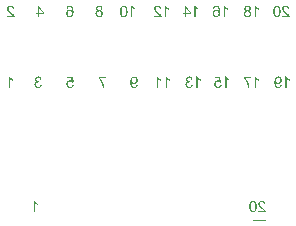
<source format=gbo>
G04*
G04 #@! TF.GenerationSoftware,Altium Limited,Altium Designer,23.9.2 (47)*
G04*
G04 Layer_Color=32896*
%FSLAX44Y44*%
%MOMM*%
G71*
G04*
G04 #@! TF.SameCoordinates,E7A4BE84-EE4C-4B8F-86C3-5DBB0D0320C3*
G04*
G04*
G04 #@! TF.FilePolarity,Positive*
G04*
G01*
G75*
%ADD11C,0.1000*%
G36*
X388108Y246081D02*
X388344Y246067D01*
X388566Y246026D01*
X388774Y245984D01*
X388968Y245928D01*
X389148Y245873D01*
X389315Y245804D01*
X389467Y245734D01*
X389606Y245665D01*
X389717Y245596D01*
X389814Y245540D01*
X389897Y245485D01*
X389967Y245443D01*
X390008Y245401D01*
X390036Y245388D01*
X390050Y245374D01*
X390189Y245235D01*
X390313Y245083D01*
X390438Y244916D01*
X390535Y244750D01*
X390702Y244417D01*
X390813Y244084D01*
X390854Y243932D01*
X390896Y243779D01*
X390924Y243654D01*
X390951Y243543D01*
X390965Y243446D01*
Y243377D01*
X390979Y243335D01*
Y243321D01*
X389772Y243197D01*
X389745Y243515D01*
X389689Y243793D01*
X389606Y244042D01*
X389509Y244237D01*
X389426Y244403D01*
X389343Y244514D01*
X389287Y244583D01*
X389259Y244611D01*
X389051Y244778D01*
X388829Y244902D01*
X388594Y244999D01*
X388386Y245055D01*
X388191Y245096D01*
X388025Y245110D01*
X387970Y245124D01*
X387886D01*
X387595Y245110D01*
X387332Y245055D01*
X387110Y244972D01*
X386916Y244888D01*
X386763Y244791D01*
X386666Y244722D01*
X386597Y244667D01*
X386569Y244639D01*
X386403Y244445D01*
X386278Y244251D01*
X386181Y244056D01*
X386125Y243862D01*
X386083Y243710D01*
X386070Y243571D01*
X386056Y243488D01*
Y243474D01*
Y243460D01*
X386083Y243210D01*
X386139Y242947D01*
X386236Y242711D01*
X386333Y242489D01*
X386444Y242309D01*
X386541Y242156D01*
X386569Y242101D01*
X386597Y242059D01*
X386624Y242045D01*
Y242031D01*
X386735Y241879D01*
X386874Y241726D01*
X387027Y241560D01*
X387193Y241394D01*
X387540Y241061D01*
X387886Y240728D01*
X388067Y240575D01*
X388219Y240437D01*
X388372Y240312D01*
X388497Y240201D01*
X388594Y240118D01*
X388677Y240048D01*
X388732Y240007D01*
X388746Y239993D01*
X389093Y239702D01*
X389412Y239424D01*
X389675Y239175D01*
X389883Y238967D01*
X390064Y238786D01*
X390189Y238661D01*
X390258Y238578D01*
X390286Y238564D01*
Y238551D01*
X390480Y238315D01*
X390632Y238093D01*
X390771Y237871D01*
X390882Y237677D01*
X390965Y237510D01*
X391021Y237386D01*
X391048Y237302D01*
X391062Y237288D01*
Y237275D01*
X391118Y237122D01*
X391146Y236983D01*
X391173Y236845D01*
X391187Y236720D01*
X391201Y236609D01*
Y236526D01*
Y236470D01*
Y236456D01*
X384835D01*
Y237594D01*
X389565D01*
X389398Y237829D01*
X389315Y237927D01*
X389245Y238024D01*
X389176Y238107D01*
X389121Y238162D01*
X389079Y238204D01*
X389065Y238218D01*
X388996Y238287D01*
X388913Y238356D01*
X388718Y238537D01*
X388497Y238745D01*
X388261Y238953D01*
X388039Y239133D01*
X387942Y239216D01*
X387859Y239299D01*
X387789Y239355D01*
X387734Y239396D01*
X387706Y239424D01*
X387692Y239438D01*
X387470Y239632D01*
X387248Y239813D01*
X387054Y239993D01*
X386874Y240145D01*
X386708Y240298D01*
X386569Y240437D01*
X386430Y240562D01*
X386319Y240672D01*
X386208Y240783D01*
X386125Y240867D01*
X386056Y240936D01*
X385986Y241005D01*
X385917Y241089D01*
X385889Y241116D01*
X385695Y241352D01*
X385529Y241560D01*
X385390Y241768D01*
X385279Y241934D01*
X385196Y242087D01*
X385140Y242198D01*
X385113Y242267D01*
X385099Y242295D01*
X385016Y242503D01*
X384960Y242711D01*
X384905Y242905D01*
X384877Y243072D01*
X384863Y243224D01*
X384849Y243335D01*
Y243405D01*
Y243432D01*
X384863Y243640D01*
X384891Y243834D01*
X384919Y244029D01*
X384974Y244195D01*
X385113Y244528D01*
X385251Y244791D01*
X385335Y244916D01*
X385404Y245013D01*
X385473Y245110D01*
X385543Y245180D01*
X385598Y245235D01*
X385626Y245291D01*
X385654Y245305D01*
X385667Y245318D01*
X385820Y245457D01*
X385986Y245582D01*
X386167Y245679D01*
X386347Y245762D01*
X386708Y245901D01*
X387068Y245998D01*
X387221Y246026D01*
X387373Y246053D01*
X387512Y246067D01*
X387623Y246081D01*
X387720Y246095D01*
X387859D01*
X388108Y246081D01*
D02*
G37*
G36*
X380813Y246067D02*
X381160Y246012D01*
X381451Y245915D01*
X381701Y245818D01*
X381909Y245707D01*
X381992Y245665D01*
X382062Y245610D01*
X382117Y245582D01*
X382159Y245554D01*
X382173Y245526D01*
X382187D01*
X382436Y245305D01*
X382644Y245041D01*
X382824Y244778D01*
X382963Y244528D01*
X383074Y244292D01*
X383130Y244195D01*
X383157Y244098D01*
X383185Y244029D01*
X383213Y243973D01*
X383227Y243945D01*
Y243932D01*
X383282Y243724D01*
X383338Y243515D01*
X383421Y243058D01*
X383490Y242600D01*
X383532Y242170D01*
X383546Y241962D01*
X383559Y241782D01*
Y241616D01*
X383573Y241463D01*
Y241352D01*
Y241255D01*
Y241199D01*
Y241185D01*
X383559Y240700D01*
X383532Y240243D01*
X383490Y239826D01*
X383421Y239438D01*
X383351Y239078D01*
X383268Y238759D01*
X383185Y238467D01*
X383102Y238218D01*
X383019Y237996D01*
X382921Y237802D01*
X382852Y237635D01*
X382783Y237510D01*
X382714Y237400D01*
X382672Y237330D01*
X382644Y237288D01*
X382630Y237275D01*
X382478Y237108D01*
X382311Y236956D01*
X382131Y236817D01*
X381951Y236706D01*
X381770Y236609D01*
X381590Y236526D01*
X381410Y236470D01*
X381243Y236415D01*
X381077Y236373D01*
X380924Y236346D01*
X380786Y236318D01*
X380675Y236304D01*
X380578Y236290D01*
X380439D01*
X380065Y236318D01*
X379718Y236373D01*
X379427Y236470D01*
X379177Y236567D01*
X378969Y236664D01*
X378900Y236720D01*
X378830Y236761D01*
X378775Y236789D01*
X378733Y236817D01*
X378719Y236845D01*
X378705D01*
X378456Y237080D01*
X378248Y237330D01*
X378068Y237607D01*
X377929Y237857D01*
X377818Y238093D01*
X377762Y238190D01*
X377735Y238287D01*
X377707Y238356D01*
X377679Y238412D01*
X377665Y238440D01*
Y238454D01*
X377596Y238661D01*
X377541Y238869D01*
X377457Y239313D01*
X377388Y239771D01*
X377346Y240215D01*
X377332Y240409D01*
X377319Y240589D01*
Y240756D01*
X377305Y240908D01*
Y241019D01*
Y241116D01*
Y241172D01*
Y241185D01*
Y241449D01*
X377319Y241699D01*
Y241921D01*
X377332Y242143D01*
X377360Y242337D01*
X377374Y242531D01*
X377388Y242697D01*
X377416Y242850D01*
X377430Y242988D01*
X377457Y243113D01*
X377471Y243210D01*
X377485Y243293D01*
X377499Y243363D01*
X377513Y243405D01*
X377527Y243432D01*
Y243446D01*
X377610Y243751D01*
X377707Y244029D01*
X377818Y244264D01*
X377901Y244472D01*
X377998Y244653D01*
X378054Y244778D01*
X378109Y244847D01*
X378123Y244874D01*
X378276Y245083D01*
X378428Y245263D01*
X378595Y245415D01*
X378747Y245554D01*
X378886Y245651D01*
X378997Y245721D01*
X379066Y245762D01*
X379080Y245776D01*
X379094D01*
X379316Y245887D01*
X379552Y245956D01*
X379773Y246012D01*
X379981Y246053D01*
X380162Y246081D01*
X380314Y246095D01*
X380439D01*
X380813Y246067D01*
D02*
G37*
G36*
X388566Y185859D02*
X388718Y185637D01*
X388899Y185415D01*
X389065Y185221D01*
X389232Y185055D01*
X389356Y184916D01*
X389412Y184875D01*
X389454Y184833D01*
X389467Y184819D01*
X389481Y184805D01*
X389772Y184569D01*
X390064Y184348D01*
X390341Y184153D01*
X390619Y184001D01*
X390854Y183862D01*
X390951Y183807D01*
X391035Y183765D01*
X391104Y183724D01*
X391159Y183710D01*
X391187Y183682D01*
X391201D01*
Y182545D01*
X390993Y182628D01*
X390785Y182725D01*
X390577Y182822D01*
X390383Y182919D01*
X390216Y183002D01*
X390078Y183072D01*
X389994Y183127D01*
X389981Y183141D01*
X389967D01*
X389717Y183294D01*
X389495Y183446D01*
X389301Y183585D01*
X389148Y183710D01*
X389010Y183807D01*
X388927Y183890D01*
X388857Y183945D01*
X388843Y183959D01*
Y176457D01*
X387664D01*
Y186095D01*
X388427D01*
X388566Y185859D01*
D02*
G37*
G36*
X381867Y186081D02*
X382089Y186053D01*
X382311Y186012D01*
X382505Y185956D01*
X382880Y185804D01*
X383046Y185734D01*
X383185Y185651D01*
X383324Y185554D01*
X383435Y185485D01*
X383546Y185402D01*
X383629Y185332D01*
X383698Y185277D01*
X383740Y185235D01*
X383768Y185207D01*
X383781Y185194D01*
X383934Y185027D01*
X384059Y184833D01*
X384184Y184653D01*
X384281Y184459D01*
X384364Y184251D01*
X384433Y184056D01*
X384530Y183696D01*
X384572Y183515D01*
X384600Y183363D01*
X384613Y183210D01*
X384627Y183086D01*
X384641Y182988D01*
Y182919D01*
Y182864D01*
Y182850D01*
X384627Y182586D01*
X384600Y182351D01*
X384572Y182115D01*
X384516Y181893D01*
X384447Y181699D01*
X384378Y181505D01*
X384308Y181338D01*
X384225Y181186D01*
X384156Y181047D01*
X384086Y180922D01*
X384017Y180825D01*
X383948Y180728D01*
X383892Y180659D01*
X383865Y180617D01*
X383837Y180589D01*
X383823Y180575D01*
X383670Y180423D01*
X383504Y180298D01*
X383338Y180173D01*
X383157Y180076D01*
X382991Y179993D01*
X382824Y179924D01*
X382505Y179827D01*
X382367Y179785D01*
X382228Y179757D01*
X382117Y179743D01*
X382006Y179729D01*
X381923Y179715D01*
X381812D01*
X381549Y179729D01*
X381299Y179771D01*
X381077Y179827D01*
X380869Y179896D01*
X380716Y179951D01*
X380592Y180007D01*
X380508Y180048D01*
X380481Y180062D01*
X380259Y180201D01*
X380065Y180354D01*
X379898Y180506D01*
X379759Y180645D01*
X379662Y180783D01*
X379579Y180881D01*
X379524Y180950D01*
X379510Y180978D01*
Y180867D01*
Y180797D01*
Y180756D01*
Y180742D01*
X379524Y180464D01*
X379538Y180201D01*
X379565Y179965D01*
X379593Y179743D01*
X379635Y179563D01*
X379662Y179424D01*
X379676Y179369D01*
Y179327D01*
X379690Y179313D01*
Y179300D01*
X379759Y179050D01*
X379829Y178828D01*
X379898Y178634D01*
X379967Y178467D01*
X380023Y178343D01*
X380079Y178246D01*
X380106Y178176D01*
X380120Y178162D01*
X380231Y178010D01*
X380342Y177885D01*
X380453Y177774D01*
X380564Y177677D01*
X380647Y177594D01*
X380730Y177538D01*
X380786Y177511D01*
X380800Y177497D01*
X380952Y177413D01*
X381119Y177358D01*
X381271Y177316D01*
X381424Y177289D01*
X381549Y177275D01*
X381646Y177261D01*
X381743D01*
X381965Y177275D01*
X382173Y177316D01*
X382353Y177372D01*
X382505Y177441D01*
X382616Y177497D01*
X382714Y177552D01*
X382769Y177594D01*
X382783Y177607D01*
X382921Y177760D01*
X383032Y177940D01*
X383130Y178134D01*
X383199Y178329D01*
X383254Y178495D01*
X383296Y178648D01*
X383310Y178703D01*
Y178731D01*
X383324Y178759D01*
Y178773D01*
X384461Y178675D01*
X384378Y178273D01*
X384267Y177927D01*
X384128Y177621D01*
X383989Y177372D01*
X383851Y177178D01*
X383781Y177094D01*
X383726Y177025D01*
X383684Y176984D01*
X383643Y176942D01*
X383629Y176928D01*
X383615Y176914D01*
X383476Y176803D01*
X383324Y176706D01*
X383019Y176553D01*
X382714Y176443D01*
X382422Y176373D01*
X382159Y176318D01*
X382048Y176304D01*
X381951D01*
X381881Y176290D01*
X381770D01*
X381382Y176318D01*
X381035Y176373D01*
X380716Y176470D01*
X380453Y176581D01*
X380342Y176623D01*
X380231Y176678D01*
X380148Y176734D01*
X380065Y176775D01*
X380009Y176803D01*
X379967Y176831D01*
X379940Y176859D01*
X379926D01*
X379649Y177094D01*
X379399Y177358D01*
X379205Y177635D01*
X379038Y177899D01*
X378900Y178134D01*
X378844Y178246D01*
X378803Y178329D01*
X378775Y178412D01*
X378747Y178467D01*
X378733Y178495D01*
Y178509D01*
X378664Y178717D01*
X378595Y178953D01*
X378498Y179424D01*
X378428Y179924D01*
X378386Y180395D01*
X378359Y180603D01*
X378345Y180811D01*
Y180991D01*
X378331Y181144D01*
Y181269D01*
Y181366D01*
Y181435D01*
Y181449D01*
Y181768D01*
X378345Y182073D01*
X378373Y182351D01*
X378400Y182614D01*
X378428Y182850D01*
X378456Y183072D01*
X378498Y183280D01*
X378539Y183460D01*
X378581Y183613D01*
X378608Y183751D01*
X378650Y183876D01*
X378678Y183973D01*
X378705Y184042D01*
X378733Y184098D01*
X378747Y184126D01*
Y184140D01*
X378913Y184472D01*
X379094Y184764D01*
X379302Y185013D01*
X379482Y185221D01*
X379662Y185374D01*
X379801Y185485D01*
X379857Y185526D01*
X379898Y185554D01*
X379912Y185582D01*
X379926D01*
X380217Y185748D01*
X380508Y185873D01*
X380800Y185970D01*
X381063Y186026D01*
X381299Y186067D01*
X381396Y186081D01*
X381465D01*
X381535Y186095D01*
X381632D01*
X381867Y186081D01*
D02*
G37*
G36*
X362640Y245859D02*
X362793Y245637D01*
X362973Y245415D01*
X363139Y245221D01*
X363306Y245055D01*
X363431Y244916D01*
X363486Y244874D01*
X363528Y244833D01*
X363542Y244819D01*
X363555Y244805D01*
X363847Y244569D01*
X364138Y244347D01*
X364415Y244153D01*
X364693Y244001D01*
X364928Y243862D01*
X365025Y243807D01*
X365109Y243765D01*
X365178Y243724D01*
X365233Y243710D01*
X365261Y243682D01*
X365275D01*
Y242545D01*
X365067Y242628D01*
X364859Y242725D01*
X364651Y242822D01*
X364457Y242919D01*
X364291Y243002D01*
X364152Y243072D01*
X364069Y243127D01*
X364055Y243141D01*
X364041D01*
X363791Y243293D01*
X363569Y243446D01*
X363375Y243585D01*
X363223Y243710D01*
X363084Y243807D01*
X363001Y243890D01*
X362931Y243945D01*
X362918Y243959D01*
Y236456D01*
X361739D01*
Y246095D01*
X362501D01*
X362640Y245859D01*
D02*
G37*
G36*
X355817Y246081D02*
X356039Y246067D01*
X356427Y245984D01*
X356607Y245928D01*
X356774Y245873D01*
X356926Y245804D01*
X357065Y245734D01*
X357176Y245665D01*
X357287Y245596D01*
X357384Y245540D01*
X357453Y245485D01*
X357509Y245443D01*
X357550Y245401D01*
X357578Y245388D01*
X357592Y245374D01*
X357717Y245235D01*
X357842Y245096D01*
X357939Y244944D01*
X358022Y244791D01*
X358161Y244500D01*
X358244Y244223D01*
X358299Y243987D01*
X358313Y243876D01*
X358327Y243793D01*
X358341Y243710D01*
Y243654D01*
Y243626D01*
Y243612D01*
X358327Y243363D01*
X358285Y243127D01*
X358230Y242919D01*
X358161Y242739D01*
X358105Y242600D01*
X358050Y242489D01*
X358008Y242434D01*
X357994Y242406D01*
X357842Y242239D01*
X357675Y242087D01*
X357495Y241948D01*
X357315Y241837D01*
X357148Y241754D01*
X357023Y241699D01*
X356968Y241671D01*
X356926Y241657D01*
X356912Y241643D01*
X356899D01*
X357218Y241546D01*
X357481Y241421D01*
X357717Y241269D01*
X357911Y241130D01*
X358064Y240991D01*
X358175Y240880D01*
X358230Y240811D01*
X358258Y240797D01*
Y240783D01*
X358410Y240534D01*
X358535Y240270D01*
X358618Y240021D01*
X358674Y239771D01*
X358702Y239549D01*
X358715Y239452D01*
Y239369D01*
X358729Y239313D01*
Y239258D01*
Y239230D01*
Y239216D01*
X358715Y238994D01*
X358688Y238772D01*
X358646Y238564D01*
X358591Y238356D01*
X358452Y238010D01*
X358382Y237843D01*
X358299Y237705D01*
X358216Y237566D01*
X358147Y237455D01*
X358064Y237358D01*
X358008Y237275D01*
X357953Y237205D01*
X357911Y237164D01*
X357883Y237136D01*
X357869Y237122D01*
X357703Y236970D01*
X357523Y236845D01*
X357328Y236734D01*
X357134Y236637D01*
X356954Y236567D01*
X356760Y236498D01*
X356385Y236401D01*
X356219Y236359D01*
X356067Y236332D01*
X355928Y236318D01*
X355803Y236304D01*
X355706Y236290D01*
X355567D01*
X355304Y236304D01*
X355068Y236332D01*
X354832Y236373D01*
X354610Y236415D01*
X354416Y236484D01*
X354222Y236553D01*
X354042Y236623D01*
X353889Y236706D01*
X353750Y236789D01*
X353626Y236859D01*
X353529Y236928D01*
X353432Y236997D01*
X353362Y237039D01*
X353321Y237080D01*
X353293Y237108D01*
X353279Y237122D01*
X353126Y237288D01*
X352988Y237455D01*
X352877Y237621D01*
X352780Y237802D01*
X352683Y237968D01*
X352613Y238148D01*
X352516Y238467D01*
X352475Y238620D01*
X352447Y238759D01*
X352433Y238883D01*
X352419Y238981D01*
X352405Y239064D01*
Y239133D01*
Y239175D01*
Y239188D01*
X352419Y239508D01*
X352475Y239799D01*
X352558Y240062D01*
X352641Y240284D01*
X352724Y240464D01*
X352807Y240603D01*
X352863Y240686D01*
X352877Y240700D01*
Y240714D01*
X353071Y240936D01*
X353279Y241130D01*
X353501Y241283D01*
X353709Y241421D01*
X353903Y241518D01*
X354069Y241588D01*
X354125Y241616D01*
X354166Y241629D01*
X354194Y241643D01*
X354208D01*
X353959Y241754D01*
X353750Y241879D01*
X353570Y242004D01*
X353418Y242129D01*
X353307Y242239D01*
X353223Y242323D01*
X353168Y242378D01*
X353154Y242406D01*
X353029Y242600D01*
X352946Y242794D01*
X352877Y242988D01*
X352835Y243183D01*
X352807Y243335D01*
X352794Y243460D01*
Y243543D01*
Y243557D01*
Y243571D01*
X352807Y243765D01*
X352821Y243945D01*
X352918Y244292D01*
X353043Y244597D01*
X353182Y244861D01*
X353321Y245069D01*
X353390Y245152D01*
X353445Y245235D01*
X353501Y245291D01*
X353542Y245332D01*
X353556Y245346D01*
X353570Y245360D01*
X353723Y245485D01*
X353875Y245610D01*
X354042Y245707D01*
X354208Y245790D01*
X354541Y245915D01*
X354874Y245998D01*
X355013Y246040D01*
X355151Y246053D01*
X355276Y246067D01*
X355387Y246081D01*
X355470Y246095D01*
X355595D01*
X355817Y246081D01*
D02*
G37*
G36*
X362640Y185693D02*
X362793Y185471D01*
X362973Y185249D01*
X363139Y185055D01*
X363306Y184888D01*
X363431Y184750D01*
X363486Y184708D01*
X363528Y184667D01*
X363542Y184653D01*
X363555Y184639D01*
X363847Y184403D01*
X364138Y184181D01*
X364415Y183987D01*
X364693Y183834D01*
X364928Y183696D01*
X365025Y183640D01*
X365109Y183599D01*
X365178Y183557D01*
X365233Y183543D01*
X365261Y183515D01*
X365275D01*
Y182378D01*
X365067Y182461D01*
X364859Y182559D01*
X364651Y182656D01*
X364457Y182753D01*
X364291Y182836D01*
X364152Y182905D01*
X364069Y182961D01*
X364055Y182975D01*
X364041D01*
X363791Y183127D01*
X363569Y183280D01*
X363375Y183418D01*
X363223Y183543D01*
X363084Y183640D01*
X363001Y183724D01*
X362931Y183779D01*
X362918Y183793D01*
Y176290D01*
X361739D01*
Y185929D01*
X362501D01*
X362640Y185693D01*
D02*
G37*
G36*
X358632Y184625D02*
X353931D01*
X354264Y184223D01*
X354583Y183793D01*
X354860Y183377D01*
X355123Y182975D01*
X355234Y182794D01*
X355331Y182628D01*
X355429Y182475D01*
X355498Y182351D01*
X355553Y182240D01*
X355595Y182170D01*
X355623Y182115D01*
X355637Y182101D01*
X355914Y181546D01*
X356164Y180991D01*
X356372Y180464D01*
X356455Y180229D01*
X356538Y179993D01*
X356621Y179785D01*
X356677Y179591D01*
X356732Y179424D01*
X356774Y179286D01*
X356815Y179161D01*
X356843Y179078D01*
X356857Y179022D01*
Y179008D01*
X356996Y178440D01*
X357051Y178162D01*
X357093Y177913D01*
X357134Y177677D01*
X357176Y177441D01*
X357204Y177247D01*
X357231Y177053D01*
X357245Y176886D01*
X357259Y176734D01*
X357273Y176595D01*
Y176484D01*
X357287Y176401D01*
Y176346D01*
Y176304D01*
Y176290D01*
X356080D01*
X356039Y176817D01*
X355969Y177302D01*
X355900Y177746D01*
X355858Y177954D01*
X355817Y178148D01*
X355789Y178315D01*
X355747Y178467D01*
X355720Y178606D01*
X355692Y178717D01*
X355664Y178800D01*
X355650Y178870D01*
X355637Y178911D01*
Y178925D01*
X355429Y179563D01*
X355207Y180159D01*
X355096Y180451D01*
X354985Y180728D01*
X354860Y180978D01*
X354749Y181227D01*
X354652Y181449D01*
X354555Y181643D01*
X354472Y181810D01*
X354402Y181962D01*
X354333Y182087D01*
X354291Y182170D01*
X354264Y182226D01*
X354250Y182240D01*
X354083Y182531D01*
X353917Y182822D01*
X353750Y183086D01*
X353584Y183335D01*
X353432Y183557D01*
X353279Y183779D01*
X353126Y183973D01*
X353002Y184140D01*
X352877Y184306D01*
X352766Y184445D01*
X352655Y184556D01*
X352572Y184653D01*
X352516Y184736D01*
X352461Y184791D01*
X352433Y184819D01*
X352419Y184833D01*
Y185762D01*
X358632D01*
Y184625D01*
D02*
G37*
G36*
X337640Y185859D02*
X337793Y185637D01*
X337973Y185415D01*
X338139Y185221D01*
X338306Y185055D01*
X338431Y184916D01*
X338486Y184875D01*
X338528Y184833D01*
X338542Y184819D01*
X338555Y184805D01*
X338847Y184569D01*
X339138Y184348D01*
X339415Y184153D01*
X339693Y184001D01*
X339928Y183862D01*
X340025Y183807D01*
X340109Y183765D01*
X340178Y183724D01*
X340233Y183710D01*
X340261Y183682D01*
X340275D01*
Y182545D01*
X340067Y182628D01*
X339859Y182725D01*
X339651Y182822D01*
X339457Y182919D01*
X339291Y183002D01*
X339152Y183072D01*
X339069Y183127D01*
X339055Y183141D01*
X339041D01*
X338791Y183294D01*
X338569Y183446D01*
X338375Y183585D01*
X338223Y183710D01*
X338084Y183807D01*
X338001Y183890D01*
X337931Y183945D01*
X337918Y183959D01*
Y176457D01*
X336739D01*
Y186095D01*
X337501D01*
X337640Y185859D01*
D02*
G37*
G36*
X333507Y180991D02*
X332398Y180839D01*
X332301Y180991D01*
X332176Y181116D01*
X332065Y181241D01*
X331954Y181338D01*
X331843Y181408D01*
X331760Y181477D01*
X331704Y181505D01*
X331691Y181518D01*
X331510Y181602D01*
X331330Y181671D01*
X331164Y181713D01*
X330997Y181754D01*
X330858Y181768D01*
X330747Y181782D01*
X330484D01*
X330318Y181754D01*
X330026Y181685D01*
X329777Y181588D01*
X329555Y181491D01*
X329388Y181380D01*
X329264Y181283D01*
X329194Y181213D01*
X329166Y181199D01*
Y181186D01*
X328972Y180950D01*
X328834Y180700D01*
X328737Y180437D01*
X328667Y180173D01*
X328626Y179951D01*
X328612Y179854D01*
Y179771D01*
X328598Y179702D01*
Y179646D01*
Y179618D01*
Y179605D01*
Y179410D01*
X328626Y179230D01*
X328695Y178883D01*
X328792Y178592D01*
X328889Y178356D01*
X329000Y178162D01*
X329097Y178010D01*
X329139Y177968D01*
X329166Y177927D01*
X329180Y177913D01*
X329194Y177899D01*
X329305Y177788D01*
X329416Y177691D01*
X329666Y177524D01*
X329902Y177413D01*
X330137Y177344D01*
X330331Y177289D01*
X330498Y177275D01*
X330553Y177261D01*
X330637D01*
X330900Y177275D01*
X331136Y177330D01*
X331344Y177400D01*
X331510Y177483D01*
X331663Y177566D01*
X331774Y177635D01*
X331829Y177691D01*
X331857Y177705D01*
X332023Y177899D01*
X332162Y178107D01*
X332273Y178343D01*
X332356Y178551D01*
X332412Y178759D01*
X332453Y178911D01*
X332467Y178981D01*
X332481Y179022D01*
Y179050D01*
Y179064D01*
X333715Y178967D01*
X333688Y178745D01*
X333646Y178537D01*
X333521Y178148D01*
X333369Y177816D01*
X333285Y177663D01*
X333202Y177538D01*
X333133Y177413D01*
X333050Y177302D01*
X332980Y177219D01*
X332911Y177150D01*
X332855Y177094D01*
X332828Y177039D01*
X332800Y177025D01*
X332786Y177011D01*
X332620Y176886D01*
X332453Y176775D01*
X332273Y176678D01*
X332093Y176595D01*
X331746Y176470D01*
X331399Y176387D01*
X331247Y176346D01*
X331094Y176332D01*
X330969Y176318D01*
X330858Y176304D01*
X330761Y176290D01*
X330637D01*
X330345Y176304D01*
X330068Y176346D01*
X329804Y176401D01*
X329569Y176470D01*
X329347Y176567D01*
X329139Y176665D01*
X328945Y176762D01*
X328778Y176873D01*
X328626Y176984D01*
X328487Y177080D01*
X328376Y177192D01*
X328279Y177275D01*
X328210Y177344D01*
X328154Y177400D01*
X328126Y177441D01*
X328112Y177455D01*
X327974Y177635D01*
X327863Y177829D01*
X327752Y178010D01*
X327669Y178204D01*
X327530Y178578D01*
X327447Y178939D01*
X327419Y179091D01*
X327391Y179244D01*
X327378Y179369D01*
X327364Y179480D01*
X327350Y179577D01*
Y179646D01*
Y179688D01*
Y179702D01*
X327364Y179951D01*
X327391Y180187D01*
X327433Y180423D01*
X327488Y180631D01*
X327558Y180825D01*
X327627Y181019D01*
X327710Y181186D01*
X327780Y181338D01*
X327863Y181477D01*
X327946Y181602D01*
X328015Y181699D01*
X328085Y181796D01*
X328140Y181865D01*
X328182Y181907D01*
X328210Y181935D01*
X328223Y181948D01*
X328390Y182101D01*
X328556Y182240D01*
X328737Y182351D01*
X328917Y182448D01*
X329097Y182545D01*
X329277Y182614D01*
X329610Y182711D01*
X329763Y182753D01*
X329902Y182780D01*
X330026Y182794D01*
X330137Y182808D01*
X330220Y182822D01*
X330526D01*
X330692Y182794D01*
X331025Y182725D01*
X331330Y182628D01*
X331607Y182517D01*
X331829Y182406D01*
X331926Y182351D01*
X332010Y182309D01*
X332079Y182267D01*
X332121Y182240D01*
X332148Y182226D01*
X332162Y182212D01*
X331649Y184805D01*
X327807D01*
Y185929D01*
X332578D01*
X333507Y180991D01*
D02*
G37*
G36*
X336365Y245859D02*
X336518Y245637D01*
X336698Y245415D01*
X336864Y245221D01*
X337031Y245055D01*
X337155Y244916D01*
X337211Y244874D01*
X337253Y244833D01*
X337267Y244819D01*
X337280Y244805D01*
X337572Y244569D01*
X337863Y244347D01*
X338140Y244153D01*
X338418Y244001D01*
X338653Y243862D01*
X338750Y243807D01*
X338834Y243765D01*
X338903Y243724D01*
X338958Y243710D01*
X338986Y243682D01*
X339000D01*
Y242545D01*
X338792Y242628D01*
X338584Y242725D01*
X338376Y242822D01*
X338182Y242919D01*
X338015Y243002D01*
X337877Y243072D01*
X337794Y243127D01*
X337780Y243141D01*
X337766D01*
X337516Y243293D01*
X337294Y243446D01*
X337100Y243585D01*
X336948Y243710D01*
X336809Y243807D01*
X336726Y243890D01*
X336656Y243945D01*
X336642Y243959D01*
Y236456D01*
X335464D01*
Y246095D01*
X336226D01*
X336365Y245859D01*
D02*
G37*
G36*
X329320Y246081D02*
X329583Y246053D01*
X329833Y245998D01*
X330069Y245928D01*
X330277Y245832D01*
X330485Y245748D01*
X330665Y245637D01*
X330831Y245540D01*
X330970Y245443D01*
X331109Y245332D01*
X331220Y245249D01*
X331303Y245166D01*
X331372Y245083D01*
X331428Y245027D01*
X331456Y244999D01*
X331469Y244986D01*
X331650Y244736D01*
X331802Y244445D01*
X331941Y244139D01*
X332066Y243820D01*
X332163Y243488D01*
X332246Y243155D01*
X332315Y242808D01*
X332371Y242489D01*
X332412Y242170D01*
X332440Y241879D01*
X332468Y241616D01*
X332482Y241394D01*
Y241199D01*
X332496Y241061D01*
Y241005D01*
Y240964D01*
Y240950D01*
Y240936D01*
X332482Y240492D01*
X332454Y240076D01*
X332412Y239688D01*
X332343Y239327D01*
X332274Y239008D01*
X332205Y238717D01*
X332121Y238454D01*
X332024Y238218D01*
X331941Y238024D01*
X331858Y237843D01*
X331788Y237705D01*
X331705Y237580D01*
X331650Y237483D01*
X331608Y237427D01*
X331580Y237386D01*
X331567Y237372D01*
X331386Y237178D01*
X331192Y237011D01*
X330998Y236873D01*
X330804Y236748D01*
X330596Y236637D01*
X330402Y236553D01*
X330207Y236484D01*
X330013Y236429D01*
X329847Y236387D01*
X329680Y236346D01*
X329542Y236318D01*
X329417Y236304D01*
X329306D01*
X329237Y236290D01*
X329167D01*
X328848Y236304D01*
X328557Y236359D01*
X328294Y236415D01*
X328058Y236498D01*
X327878Y236567D01*
X327739Y236637D01*
X327683Y236651D01*
X327642Y236678D01*
X327628Y236692D01*
X327614D01*
X327378Y236859D01*
X327156Y237053D01*
X326976Y237247D01*
X326824Y237441D01*
X326699Y237621D01*
X326615Y237760D01*
X326588Y237815D01*
X326560Y237857D01*
X326546Y237871D01*
Y237885D01*
X326408Y238176D01*
X326310Y238481D01*
X326241Y238759D01*
X326199Y239022D01*
X326158Y239244D01*
Y239327D01*
X326144Y239410D01*
Y239480D01*
Y239521D01*
Y239549D01*
Y239563D01*
X326158Y239813D01*
X326186Y240048D01*
X326227Y240284D01*
X326269Y240492D01*
X326338Y240686D01*
X326408Y240880D01*
X326477Y241047D01*
X326560Y241199D01*
X326643Y241338D01*
X326713Y241463D01*
X326782Y241560D01*
X326851Y241657D01*
X326893Y241726D01*
X326935Y241768D01*
X326962Y241796D01*
X326976Y241810D01*
X327129Y241962D01*
X327295Y242101D01*
X327475Y242212D01*
X327642Y242309D01*
X327808Y242406D01*
X327975Y242475D01*
X328294Y242572D01*
X328432Y242614D01*
X328571Y242642D01*
X328682Y242656D01*
X328793Y242670D01*
X328876Y242683D01*
X328987D01*
X329237Y242670D01*
X329472Y242628D01*
X329694Y242586D01*
X329888Y242531D01*
X330055Y242461D01*
X330180Y242420D01*
X330263Y242378D01*
X330277Y242364D01*
X330291D01*
X330513Y242226D01*
X330707Y242073D01*
X330887Y241921D01*
X331026Y241754D01*
X331151Y241616D01*
X331248Y241504D01*
X331303Y241421D01*
X331317Y241407D01*
Y241657D01*
X331303Y241907D01*
X331289Y242129D01*
X331261Y242351D01*
X331248Y242545D01*
X331220Y242725D01*
X331192Y242891D01*
X331151Y243044D01*
X331123Y243183D01*
X331095Y243293D01*
X331067Y243391D01*
X331053Y243474D01*
X331026Y243529D01*
X331012Y243571D01*
X330998Y243599D01*
Y243612D01*
X330859Y243890D01*
X330721Y244139D01*
X330568Y244334D01*
X330429Y244500D01*
X330304Y244639D01*
X330207Y244736D01*
X330138Y244791D01*
X330110Y244805D01*
X329944Y244916D01*
X329777Y244986D01*
X329611Y245041D01*
X329445Y245083D01*
X329320Y245110D01*
X329209Y245124D01*
X329112D01*
X328862Y245096D01*
X328626Y245041D01*
X328432Y244958D01*
X328252Y244874D01*
X328113Y244778D01*
X328016Y244694D01*
X327961Y244639D01*
X327933Y244611D01*
X327836Y244486D01*
X327739Y244334D01*
X327656Y244167D01*
X327600Y244001D01*
X327545Y243848D01*
X327503Y243724D01*
X327489Y243640D01*
X327475Y243626D01*
Y243612D01*
X326297Y243710D01*
X326380Y244098D01*
X326505Y244445D01*
X326643Y244750D01*
X326796Y244999D01*
X326948Y245194D01*
X327004Y245277D01*
X327073Y245346D01*
X327115Y245388D01*
X327156Y245429D01*
X327170Y245443D01*
X327184Y245457D01*
X327323Y245568D01*
X327475Y245665D01*
X327780Y245832D01*
X328086Y245942D01*
X328377Y246012D01*
X328640Y246067D01*
X328751Y246081D01*
X328848D01*
X328932Y246095D01*
X329043D01*
X329320Y246081D01*
D02*
G37*
G36*
X311365Y245859D02*
X311518Y245637D01*
X311698Y245415D01*
X311864Y245221D01*
X312031Y245055D01*
X312155Y244916D01*
X312211Y244874D01*
X312253Y244833D01*
X312267Y244819D01*
X312280Y244805D01*
X312572Y244569D01*
X312863Y244347D01*
X313140Y244153D01*
X313417Y244001D01*
X313653Y243862D01*
X313750Y243807D01*
X313834Y243765D01*
X313903Y243724D01*
X313958Y243710D01*
X313986Y243682D01*
X314000D01*
Y242545D01*
X313792Y242628D01*
X313584Y242725D01*
X313376Y242822D01*
X313182Y242919D01*
X313015Y243002D01*
X312877Y243072D01*
X312794Y243127D01*
X312780Y243141D01*
X312766D01*
X312516Y243293D01*
X312294Y243446D01*
X312100Y243585D01*
X311947Y243710D01*
X311809Y243807D01*
X311726Y243890D01*
X311656Y243945D01*
X311642Y243959D01*
Y236456D01*
X310464D01*
Y246095D01*
X311226D01*
X311365Y245859D01*
D02*
G37*
G36*
X307842Y239840D02*
Y238759D01*
X303668D01*
Y236456D01*
X302489D01*
Y238759D01*
X301186D01*
Y239840D01*
X302489D01*
Y246053D01*
X303446D01*
X307842Y239840D01*
D02*
G37*
G36*
X205139Y246081D02*
X205403Y246053D01*
X205652Y245998D01*
X205888Y245928D01*
X206096Y245832D01*
X206304Y245748D01*
X206484Y245637D01*
X206651Y245540D01*
X206790Y245443D01*
X206928Y245332D01*
X207039Y245249D01*
X207122Y245166D01*
X207192Y245083D01*
X207247Y245027D01*
X207275Y244999D01*
X207289Y244986D01*
X207469Y244736D01*
X207622Y244445D01*
X207760Y244139D01*
X207885Y243820D01*
X207982Y243488D01*
X208065Y243155D01*
X208135Y242808D01*
X208190Y242489D01*
X208232Y242170D01*
X208260Y241879D01*
X208287Y241616D01*
X208301Y241394D01*
Y241199D01*
X208315Y241061D01*
Y241005D01*
Y240964D01*
Y240950D01*
Y240936D01*
X208301Y240492D01*
X208274Y240076D01*
X208232Y239688D01*
X208162Y239327D01*
X208093Y239008D01*
X208024Y238717D01*
X207941Y238454D01*
X207844Y238218D01*
X207760Y238024D01*
X207677Y237843D01*
X207608Y237705D01*
X207525Y237580D01*
X207469Y237483D01*
X207428Y237427D01*
X207400Y237386D01*
X207386Y237372D01*
X207206Y237178D01*
X207011Y237011D01*
X206817Y236873D01*
X206623Y236748D01*
X206415Y236637D01*
X206221Y236553D01*
X206027Y236484D01*
X205833Y236429D01*
X205666Y236387D01*
X205500Y236346D01*
X205361Y236318D01*
X205236Y236304D01*
X205125D01*
X205056Y236290D01*
X204987D01*
X204668Y236304D01*
X204377Y236359D01*
X204113Y236415D01*
X203877Y236498D01*
X203697Y236567D01*
X203558Y236637D01*
X203503Y236651D01*
X203461Y236678D01*
X203447Y236692D01*
X203433D01*
X203198Y236859D01*
X202976Y237053D01*
X202796Y237247D01*
X202643Y237441D01*
X202518Y237621D01*
X202435Y237760D01*
X202407Y237815D01*
X202379Y237857D01*
X202365Y237871D01*
Y237885D01*
X202227Y238176D01*
X202130Y238481D01*
X202060Y238759D01*
X202019Y239022D01*
X201977Y239244D01*
Y239327D01*
X201963Y239410D01*
Y239480D01*
Y239521D01*
Y239549D01*
Y239563D01*
X201977Y239813D01*
X202005Y240048D01*
X202047Y240284D01*
X202088Y240492D01*
X202157Y240686D01*
X202227Y240880D01*
X202296Y241047D01*
X202379Y241199D01*
X202463Y241338D01*
X202532Y241463D01*
X202601Y241560D01*
X202671Y241657D01*
X202712Y241726D01*
X202754Y241768D01*
X202782Y241796D01*
X202796Y241810D01*
X202948Y241962D01*
X203114Y242101D01*
X203295Y242212D01*
X203461Y242309D01*
X203628Y242406D01*
X203794Y242475D01*
X204113Y242572D01*
X204252Y242614D01*
X204390Y242642D01*
X204501Y242656D01*
X204612Y242670D01*
X204695Y242683D01*
X204806D01*
X205056Y242670D01*
X205292Y242628D01*
X205514Y242586D01*
X205708Y242531D01*
X205874Y242461D01*
X205999Y242420D01*
X206082Y242378D01*
X206096Y242364D01*
X206110D01*
X206332Y242226D01*
X206526Y242073D01*
X206706Y241921D01*
X206845Y241754D01*
X206970Y241616D01*
X207067Y241504D01*
X207122Y241421D01*
X207136Y241407D01*
Y241657D01*
X207122Y241907D01*
X207108Y242129D01*
X207081Y242351D01*
X207067Y242545D01*
X207039Y242725D01*
X207011Y242891D01*
X206970Y243044D01*
X206942Y243183D01*
X206914Y243293D01*
X206887Y243391D01*
X206873Y243474D01*
X206845Y243529D01*
X206831Y243571D01*
X206817Y243599D01*
Y243612D01*
X206679Y243890D01*
X206540Y244139D01*
X206387Y244334D01*
X206249Y244500D01*
X206124Y244639D01*
X206027Y244736D01*
X205957Y244791D01*
X205930Y244805D01*
X205763Y244916D01*
X205597Y244986D01*
X205431Y245041D01*
X205264Y245083D01*
X205139Y245110D01*
X205028Y245124D01*
X204931D01*
X204682Y245096D01*
X204446Y245041D01*
X204252Y244958D01*
X204071Y244874D01*
X203933Y244778D01*
X203836Y244694D01*
X203780Y244639D01*
X203752Y244611D01*
X203655Y244486D01*
X203558Y244334D01*
X203475Y244167D01*
X203419Y244001D01*
X203364Y243848D01*
X203323Y243724D01*
X203309Y243640D01*
X203295Y243626D01*
Y243612D01*
X202116Y243710D01*
X202199Y244098D01*
X202324Y244445D01*
X202463Y244750D01*
X202615Y244999D01*
X202768Y245194D01*
X202823Y245277D01*
X202892Y245346D01*
X202934Y245388D01*
X202976Y245429D01*
X202990Y245443D01*
X203004Y245457D01*
X203142Y245568D01*
X203295Y245665D01*
X203600Y245832D01*
X203905Y245942D01*
X204196Y246012D01*
X204460Y246067D01*
X204571Y246081D01*
X204668D01*
X204751Y246095D01*
X204862D01*
X205139Y246081D01*
D02*
G37*
G36*
X155270D02*
X155506Y246067D01*
X155727Y246026D01*
X155935Y245984D01*
X156130Y245928D01*
X156310Y245873D01*
X156476Y245804D01*
X156629Y245734D01*
X156768Y245665D01*
X156878Y245596D01*
X156975Y245540D01*
X157059Y245485D01*
X157128Y245443D01*
X157170Y245401D01*
X157197Y245388D01*
X157211Y245374D01*
X157350Y245235D01*
X157475Y245083D01*
X157600Y244916D01*
X157697Y244750D01*
X157863Y244417D01*
X157974Y244084D01*
X158016Y243932D01*
X158057Y243779D01*
X158085Y243654D01*
X158113Y243543D01*
X158127Y243446D01*
Y243377D01*
X158140Y243335D01*
Y243321D01*
X156934Y243197D01*
X156906Y243515D01*
X156851Y243793D01*
X156768Y244042D01*
X156670Y244237D01*
X156587Y244403D01*
X156504Y244514D01*
X156448Y244583D01*
X156421Y244611D01*
X156213Y244778D01*
X155991Y244902D01*
X155755Y244999D01*
X155547Y245055D01*
X155353Y245096D01*
X155187Y245110D01*
X155131Y245124D01*
X155048D01*
X154757Y245110D01*
X154493Y245055D01*
X154271Y244972D01*
X154077Y244888D01*
X153925Y244791D01*
X153827Y244722D01*
X153758Y244667D01*
X153730Y244639D01*
X153564Y244445D01*
X153439Y244251D01*
X153342Y244056D01*
X153287Y243862D01*
X153245Y243710D01*
X153231Y243571D01*
X153217Y243488D01*
Y243474D01*
Y243460D01*
X153245Y243210D01*
X153300Y242947D01*
X153398Y242711D01*
X153495Y242489D01*
X153605Y242309D01*
X153703Y242156D01*
X153730Y242101D01*
X153758Y242059D01*
X153786Y242045D01*
Y242031D01*
X153897Y241879D01*
X154035Y241726D01*
X154188Y241560D01*
X154354Y241394D01*
X154701Y241061D01*
X155048Y240728D01*
X155228Y240575D01*
X155381Y240437D01*
X155533Y240312D01*
X155658Y240201D01*
X155755Y240118D01*
X155838Y240048D01*
X155894Y240007D01*
X155908Y239993D01*
X156254Y239702D01*
X156573Y239424D01*
X156837Y239175D01*
X157045Y238967D01*
X157225Y238786D01*
X157350Y238661D01*
X157419Y238578D01*
X157447Y238564D01*
Y238551D01*
X157641Y238315D01*
X157794Y238093D01*
X157932Y237871D01*
X158043Y237677D01*
X158127Y237510D01*
X158182Y237386D01*
X158210Y237302D01*
X158224Y237288D01*
Y237275D01*
X158279Y237122D01*
X158307Y236983D01*
X158335Y236845D01*
X158349Y236720D01*
X158362Y236609D01*
Y236526D01*
Y236470D01*
Y236456D01*
X151997D01*
Y237594D01*
X156726D01*
X156559Y237829D01*
X156476Y237927D01*
X156407Y238024D01*
X156338Y238107D01*
X156282Y238162D01*
X156241Y238204D01*
X156227Y238218D01*
X156157Y238287D01*
X156074Y238356D01*
X155880Y238537D01*
X155658Y238745D01*
X155422Y238953D01*
X155200Y239133D01*
X155103Y239216D01*
X155020Y239299D01*
X154951Y239355D01*
X154895Y239396D01*
X154867Y239424D01*
X154854Y239438D01*
X154632Y239632D01*
X154410Y239813D01*
X154216Y239993D01*
X154035Y240145D01*
X153869Y240298D01*
X153730Y240437D01*
X153592Y240562D01*
X153481Y240672D01*
X153370Y240783D01*
X153287Y240867D01*
X153217Y240936D01*
X153148Y241005D01*
X153078Y241089D01*
X153051Y241116D01*
X152857Y241352D01*
X152690Y241560D01*
X152551Y241768D01*
X152441Y241934D01*
X152357Y242087D01*
X152302Y242198D01*
X152274Y242267D01*
X152260Y242295D01*
X152177Y242503D01*
X152122Y242711D01*
X152066Y242905D01*
X152038Y243072D01*
X152024Y243224D01*
X152011Y243335D01*
Y243405D01*
Y243432D01*
X152024Y243640D01*
X152052Y243834D01*
X152080Y244029D01*
X152135Y244195D01*
X152274Y244528D01*
X152413Y244791D01*
X152496Y244916D01*
X152565Y245013D01*
X152635Y245110D01*
X152704Y245180D01*
X152760Y245235D01*
X152787Y245291D01*
X152815Y245305D01*
X152829Y245318D01*
X152981Y245457D01*
X153148Y245582D01*
X153328Y245679D01*
X153508Y245762D01*
X153869Y245901D01*
X154230Y245998D01*
X154382Y246026D01*
X154535Y246053D01*
X154673Y246067D01*
X154784Y246081D01*
X154881Y246095D01*
X155020D01*
X155270Y246081D01*
D02*
G37*
G36*
X183193Y239882D02*
Y238800D01*
X179019D01*
Y236498D01*
X177840D01*
Y238800D01*
X176537D01*
Y239882D01*
X177840D01*
Y246095D01*
X178797D01*
X183193Y239882D01*
D02*
G37*
G36*
X279743Y246081D02*
X279978Y246067D01*
X280200Y246026D01*
X280408Y245984D01*
X280602Y245928D01*
X280783Y245873D01*
X280949Y245804D01*
X281102Y245734D01*
X281240Y245665D01*
X281351Y245596D01*
X281448Y245540D01*
X281532Y245485D01*
X281601Y245443D01*
X281643Y245401D01*
X281670Y245388D01*
X281684Y245374D01*
X281823Y245235D01*
X281948Y245083D01*
X282073Y244916D01*
X282170Y244750D01*
X282336Y244417D01*
X282447Y244084D01*
X282488Y243932D01*
X282530Y243779D01*
X282558Y243654D01*
X282586Y243543D01*
X282600Y243446D01*
Y243377D01*
X282613Y243335D01*
Y243321D01*
X281407Y243197D01*
X281379Y243515D01*
X281324Y243793D01*
X281240Y244042D01*
X281143Y244237D01*
X281060Y244403D01*
X280977Y244514D01*
X280921Y244583D01*
X280894Y244611D01*
X280686Y244778D01*
X280464Y244902D01*
X280228Y244999D01*
X280020Y245055D01*
X279826Y245096D01*
X279659Y245110D01*
X279604Y245124D01*
X279521D01*
X279230Y245110D01*
X278966Y245055D01*
X278744Y244972D01*
X278550Y244888D01*
X278397Y244791D01*
X278300Y244722D01*
X278231Y244667D01*
X278203Y244639D01*
X278037Y244445D01*
X277912Y244251D01*
X277815Y244056D01*
X277759Y243862D01*
X277718Y243710D01*
X277704Y243571D01*
X277690Y243488D01*
Y243474D01*
Y243460D01*
X277718Y243210D01*
X277773Y242947D01*
X277870Y242711D01*
X277967Y242489D01*
X278078Y242309D01*
X278176Y242156D01*
X278203Y242101D01*
X278231Y242059D01*
X278259Y242045D01*
Y242031D01*
X278370Y241879D01*
X278508Y241726D01*
X278661Y241560D01*
X278827Y241394D01*
X279174Y241061D01*
X279521Y240728D01*
X279701Y240575D01*
X279853Y240437D01*
X280006Y240312D01*
X280131Y240201D01*
X280228Y240118D01*
X280311Y240048D01*
X280367Y240007D01*
X280380Y239993D01*
X280727Y239702D01*
X281046Y239424D01*
X281310Y239175D01*
X281518Y238967D01*
X281698Y238786D01*
X281823Y238661D01*
X281892Y238578D01*
X281920Y238564D01*
Y238551D01*
X282114Y238315D01*
X282267Y238093D01*
X282405Y237871D01*
X282516Y237677D01*
X282600Y237510D01*
X282655Y237386D01*
X282683Y237302D01*
X282697Y237288D01*
Y237275D01*
X282752Y237122D01*
X282780Y236983D01*
X282808Y236845D01*
X282821Y236720D01*
X282835Y236609D01*
Y236526D01*
Y236470D01*
Y236456D01*
X276470D01*
Y237594D01*
X281199D01*
X281032Y237829D01*
X280949Y237927D01*
X280880Y238024D01*
X280811Y238107D01*
X280755Y238162D01*
X280713Y238204D01*
X280700Y238218D01*
X280630Y238287D01*
X280547Y238356D01*
X280353Y238537D01*
X280131Y238745D01*
X279895Y238953D01*
X279673Y239133D01*
X279576Y239216D01*
X279493Y239299D01*
X279424Y239355D01*
X279368Y239396D01*
X279340Y239424D01*
X279326Y239438D01*
X279105Y239632D01*
X278883Y239813D01*
X278689Y239993D01*
X278508Y240145D01*
X278342Y240298D01*
X278203Y240437D01*
X278064Y240562D01*
X277954Y240672D01*
X277843Y240783D01*
X277759Y240867D01*
X277690Y240936D01*
X277621Y241005D01*
X277551Y241089D01*
X277524Y241116D01*
X277330Y241352D01*
X277163Y241560D01*
X277024Y241768D01*
X276913Y241934D01*
X276830Y242087D01*
X276775Y242198D01*
X276747Y242267D01*
X276733Y242295D01*
X276650Y242503D01*
X276595Y242711D01*
X276539Y242905D01*
X276511Y243072D01*
X276497Y243224D01*
X276483Y243335D01*
Y243405D01*
Y243432D01*
X276497Y243640D01*
X276525Y243834D01*
X276553Y244029D01*
X276608Y244195D01*
X276747Y244528D01*
X276886Y244791D01*
X276969Y244916D01*
X277038Y245013D01*
X277108Y245110D01*
X277177Y245180D01*
X277232Y245235D01*
X277260Y245291D01*
X277288Y245305D01*
X277302Y245318D01*
X277454Y245457D01*
X277621Y245582D01*
X277801Y245679D01*
X277981Y245762D01*
X278342Y245901D01*
X278703Y245998D01*
X278855Y246026D01*
X279008Y246053D01*
X279146Y246067D01*
X279257Y246081D01*
X279354Y246095D01*
X279493D01*
X279743Y246081D01*
D02*
G37*
G36*
X286594Y245859D02*
X286746Y245637D01*
X286926Y245415D01*
X287093Y245221D01*
X287259Y245055D01*
X287384Y244916D01*
X287440Y244874D01*
X287481Y244833D01*
X287495Y244819D01*
X287509Y244805D01*
X287800Y244569D01*
X288091Y244347D01*
X288369Y244153D01*
X288646Y244001D01*
X288882Y243862D01*
X288979Y243807D01*
X289062Y243765D01*
X289132Y243724D01*
X289187Y243710D01*
X289215Y243682D01*
X289229D01*
Y242545D01*
X289021Y242628D01*
X288813Y242725D01*
X288605Y242822D01*
X288410Y242919D01*
X288244Y243002D01*
X288105Y243072D01*
X288022Y243127D01*
X288008Y243141D01*
X287994D01*
X287745Y243293D01*
X287523Y243446D01*
X287329Y243585D01*
X287176Y243710D01*
X287037Y243807D01*
X286954Y243890D01*
X286885Y243945D01*
X286871Y243959D01*
Y236456D01*
X285692D01*
Y246095D01*
X286455D01*
X286594Y245859D01*
D02*
G37*
G36*
X257901D02*
X258053Y245637D01*
X258234Y245415D01*
X258400Y245221D01*
X258567Y245055D01*
X258692Y244916D01*
X258747Y244874D01*
X258789Y244833D01*
X258802Y244819D01*
X258816Y244805D01*
X259107Y244569D01*
X259399Y244347D01*
X259676Y244153D01*
X259953Y244001D01*
X260189Y243862D01*
X260286Y243807D01*
X260370Y243765D01*
X260439Y243724D01*
X260494Y243710D01*
X260522Y243682D01*
X260536D01*
Y242545D01*
X260328Y242628D01*
X260120Y242725D01*
X259912Y242822D01*
X259718Y242919D01*
X259551Y243002D01*
X259413Y243072D01*
X259329Y243127D01*
X259316Y243141D01*
X259302D01*
X259052Y243293D01*
X258830Y243446D01*
X258636Y243585D01*
X258484Y243710D01*
X258345Y243807D01*
X258262Y243890D01*
X258192Y243945D01*
X258178Y243959D01*
Y236456D01*
X256999D01*
Y246095D01*
X257762D01*
X257901Y245859D01*
D02*
G37*
G36*
X251216Y246067D02*
X251563Y246012D01*
X251854Y245915D01*
X252104Y245818D01*
X252312Y245707D01*
X252395Y245665D01*
X252465Y245610D01*
X252520Y245582D01*
X252562Y245554D01*
X252575Y245526D01*
X252589D01*
X252839Y245305D01*
X253047Y245041D01*
X253227Y244778D01*
X253366Y244528D01*
X253477Y244292D01*
X253532Y244195D01*
X253560Y244098D01*
X253588Y244029D01*
X253616Y243973D01*
X253629Y243945D01*
Y243932D01*
X253685Y243724D01*
X253741Y243515D01*
X253824Y243058D01*
X253893Y242600D01*
X253935Y242170D01*
X253948Y241962D01*
X253962Y241782D01*
Y241616D01*
X253976Y241463D01*
Y241352D01*
Y241255D01*
Y241199D01*
Y241185D01*
X253962Y240700D01*
X253935Y240243D01*
X253893Y239826D01*
X253824Y239438D01*
X253754Y239078D01*
X253671Y238759D01*
X253588Y238467D01*
X253505Y238218D01*
X253421Y237996D01*
X253324Y237802D01*
X253255Y237635D01*
X253186Y237510D01*
X253116Y237400D01*
X253075Y237330D01*
X253047Y237288D01*
X253033Y237275D01*
X252881Y237108D01*
X252714Y236956D01*
X252534Y236817D01*
X252354Y236706D01*
X252173Y236609D01*
X251993Y236526D01*
X251813Y236470D01*
X251646Y236415D01*
X251480Y236373D01*
X251327Y236346D01*
X251189Y236318D01*
X251078Y236304D01*
X250981Y236290D01*
X250842D01*
X250467Y236318D01*
X250121Y236373D01*
X249830Y236470D01*
X249580Y236567D01*
X249372Y236664D01*
X249303Y236720D01*
X249233Y236761D01*
X249178Y236789D01*
X249136Y236817D01*
X249122Y236845D01*
X249108D01*
X248859Y237080D01*
X248651Y237330D01*
X248470Y237607D01*
X248332Y237857D01*
X248221Y238093D01*
X248165Y238190D01*
X248138Y238287D01*
X248110Y238356D01*
X248082Y238412D01*
X248068Y238440D01*
Y238454D01*
X247999Y238661D01*
X247943Y238869D01*
X247860Y239313D01*
X247791Y239771D01*
X247749Y240215D01*
X247735Y240409D01*
X247722Y240589D01*
Y240756D01*
X247708Y240908D01*
Y241019D01*
Y241116D01*
Y241172D01*
Y241185D01*
Y241449D01*
X247722Y241699D01*
Y241921D01*
X247735Y242143D01*
X247763Y242337D01*
X247777Y242531D01*
X247791Y242697D01*
X247819Y242850D01*
X247833Y242988D01*
X247860Y243113D01*
X247874Y243210D01*
X247888Y243293D01*
X247902Y243363D01*
X247916Y243405D01*
X247930Y243432D01*
Y243446D01*
X248013Y243751D01*
X248110Y244029D01*
X248221Y244264D01*
X248304Y244472D01*
X248401Y244653D01*
X248457Y244778D01*
X248512Y244847D01*
X248526Y244874D01*
X248678Y245083D01*
X248831Y245263D01*
X248997Y245415D01*
X249150Y245554D01*
X249289Y245651D01*
X249400Y245721D01*
X249469Y245762D01*
X249483Y245776D01*
X249497D01*
X249719Y245887D01*
X249954Y245956D01*
X250176Y246012D01*
X250384Y246053D01*
X250565Y246081D01*
X250717Y246095D01*
X250842D01*
X251216Y246067D01*
D02*
G37*
G36*
X230224Y246081D02*
X230446Y246067D01*
X230835Y245984D01*
X231015Y245928D01*
X231181Y245873D01*
X231334Y245804D01*
X231473Y245734D01*
X231583Y245665D01*
X231695Y245596D01*
X231792Y245540D01*
X231861Y245485D01*
X231916Y245443D01*
X231958Y245401D01*
X231986Y245388D01*
X232000Y245374D01*
X232124Y245235D01*
X232249Y245096D01*
X232346Y244944D01*
X232430Y244791D01*
X232568Y244500D01*
X232651Y244223D01*
X232707Y243987D01*
X232721Y243876D01*
X232735Y243793D01*
X232749Y243710D01*
Y243654D01*
Y243626D01*
Y243612D01*
X232735Y243363D01*
X232693Y243127D01*
X232638Y242919D01*
X232568Y242739D01*
X232513Y242600D01*
X232457Y242489D01*
X232416Y242434D01*
X232402Y242406D01*
X232249Y242239D01*
X232083Y242087D01*
X231903Y241948D01*
X231722Y241837D01*
X231556Y241754D01*
X231431Y241699D01*
X231376Y241671D01*
X231334Y241657D01*
X231320Y241643D01*
X231306D01*
X231625Y241546D01*
X231889Y241421D01*
X232124Y241269D01*
X232319Y241130D01*
X232471Y240991D01*
X232582Y240880D01*
X232638Y240811D01*
X232665Y240797D01*
Y240783D01*
X232818Y240534D01*
X232943Y240270D01*
X233026Y240021D01*
X233081Y239771D01*
X233109Y239549D01*
X233123Y239452D01*
Y239369D01*
X233137Y239313D01*
Y239258D01*
Y239230D01*
Y239216D01*
X233123Y238994D01*
X233095Y238772D01*
X233054Y238564D01*
X232998Y238356D01*
X232859Y238010D01*
X232790Y237843D01*
X232707Y237705D01*
X232624Y237566D01*
X232554Y237455D01*
X232471Y237358D01*
X232416Y237275D01*
X232360Y237205D01*
X232319Y237164D01*
X232291Y237136D01*
X232277Y237122D01*
X232111Y236970D01*
X231930Y236845D01*
X231736Y236734D01*
X231542Y236637D01*
X231362Y236567D01*
X231168Y236498D01*
X230793Y236401D01*
X230627Y236359D01*
X230474Y236332D01*
X230335Y236318D01*
X230211Y236304D01*
X230114Y236290D01*
X229975D01*
X229711Y236304D01*
X229475Y236332D01*
X229240Y236373D01*
X229018Y236415D01*
X228824Y236484D01*
X228630Y236553D01*
X228449Y236623D01*
X228297Y236706D01*
X228158Y236789D01*
X228033Y236859D01*
X227936Y236928D01*
X227839Y236997D01*
X227770Y237039D01*
X227728Y237080D01*
X227700Y237108D01*
X227687Y237122D01*
X227534Y237288D01*
X227395Y237455D01*
X227284Y237621D01*
X227187Y237802D01*
X227090Y237968D01*
X227021Y238148D01*
X226924Y238467D01*
X226882Y238620D01*
X226854Y238759D01*
X226840Y238883D01*
X226827Y238981D01*
X226813Y239064D01*
Y239133D01*
Y239175D01*
Y239188D01*
X226827Y239508D01*
X226882Y239799D01*
X226965Y240062D01*
X227049Y240284D01*
X227132Y240464D01*
X227215Y240603D01*
X227271Y240686D01*
X227284Y240700D01*
Y240714D01*
X227479Y240936D01*
X227687Y241130D01*
X227908Y241283D01*
X228116Y241421D01*
X228311Y241518D01*
X228477Y241588D01*
X228533Y241616D01*
X228574Y241629D01*
X228602Y241643D01*
X228616D01*
X228366Y241754D01*
X228158Y241879D01*
X227978Y242004D01*
X227825Y242129D01*
X227714Y242239D01*
X227631Y242323D01*
X227576Y242378D01*
X227562Y242406D01*
X227437Y242600D01*
X227354Y242794D01*
X227284Y242988D01*
X227243Y243183D01*
X227215Y243335D01*
X227201Y243460D01*
Y243543D01*
Y243557D01*
Y243571D01*
X227215Y243765D01*
X227229Y243945D01*
X227326Y244292D01*
X227451Y244597D01*
X227589Y244861D01*
X227728Y245069D01*
X227798Y245152D01*
X227853Y245235D01*
X227908Y245291D01*
X227950Y245332D01*
X227964Y245346D01*
X227978Y245360D01*
X228130Y245485D01*
X228283Y245610D01*
X228449Y245707D01*
X228616Y245790D01*
X228948Y245915D01*
X229281Y245998D01*
X229420Y246040D01*
X229559Y246053D01*
X229684Y246067D01*
X229795Y246081D01*
X229878Y246095D01*
X230002D01*
X230224Y246081D01*
D02*
G37*
G36*
X259855Y186081D02*
X260076Y186053D01*
X260298Y186012D01*
X260492Y185956D01*
X260867Y185804D01*
X261033Y185734D01*
X261172Y185651D01*
X261311Y185554D01*
X261422Y185485D01*
X261533Y185402D01*
X261616Y185332D01*
X261685Y185277D01*
X261727Y185235D01*
X261754Y185207D01*
X261768Y185194D01*
X261921Y185027D01*
X262046Y184833D01*
X262171Y184653D01*
X262268Y184459D01*
X262351Y184251D01*
X262420Y184056D01*
X262517Y183696D01*
X262559Y183515D01*
X262587Y183363D01*
X262600Y183210D01*
X262614Y183086D01*
X262628Y182988D01*
Y182919D01*
Y182864D01*
Y182850D01*
X262614Y182586D01*
X262587Y182351D01*
X262559Y182115D01*
X262503Y181893D01*
X262434Y181699D01*
X262365Y181505D01*
X262295Y181338D01*
X262212Y181186D01*
X262143Y181047D01*
X262073Y180922D01*
X262004Y180825D01*
X261935Y180728D01*
X261879Y180659D01*
X261852Y180617D01*
X261824Y180589D01*
X261810Y180575D01*
X261657Y180423D01*
X261491Y180298D01*
X261325Y180173D01*
X261144Y180076D01*
X260978Y179993D01*
X260812Y179924D01*
X260492Y179827D01*
X260354Y179785D01*
X260215Y179757D01*
X260104Y179743D01*
X259993Y179729D01*
X259910Y179715D01*
X259799D01*
X259536Y179729D01*
X259286Y179771D01*
X259064Y179827D01*
X258856Y179896D01*
X258703Y179951D01*
X258579Y180007D01*
X258495Y180048D01*
X258468Y180062D01*
X258246Y180201D01*
X258052Y180354D01*
X257885Y180506D01*
X257747Y180645D01*
X257649Y180783D01*
X257566Y180881D01*
X257511Y180950D01*
X257497Y180978D01*
Y180867D01*
Y180797D01*
Y180756D01*
Y180742D01*
X257511Y180464D01*
X257525Y180201D01*
X257552Y179965D01*
X257580Y179743D01*
X257622Y179563D01*
X257649Y179424D01*
X257663Y179369D01*
Y179327D01*
X257677Y179313D01*
Y179300D01*
X257747Y179050D01*
X257816Y178828D01*
X257885Y178634D01*
X257955Y178467D01*
X258010Y178343D01*
X258065Y178246D01*
X258093Y178176D01*
X258107Y178162D01*
X258218Y178010D01*
X258329Y177885D01*
X258440Y177774D01*
X258551Y177677D01*
X258634Y177594D01*
X258717Y177538D01*
X258773Y177511D01*
X258787Y177497D01*
X258939Y177413D01*
X259106Y177358D01*
X259258Y177316D01*
X259411Y177289D01*
X259536Y177275D01*
X259633Y177261D01*
X259730D01*
X259952Y177275D01*
X260160Y177316D01*
X260340Y177372D01*
X260492Y177441D01*
X260603Y177497D01*
X260700Y177552D01*
X260756Y177594D01*
X260770Y177607D01*
X260909Y177760D01*
X261019Y177940D01*
X261117Y178134D01*
X261186Y178329D01*
X261241Y178495D01*
X261283Y178648D01*
X261297Y178703D01*
Y178731D01*
X261311Y178759D01*
Y178773D01*
X262448Y178675D01*
X262365Y178273D01*
X262254Y177927D01*
X262115Y177621D01*
X261976Y177372D01*
X261838Y177178D01*
X261768Y177094D01*
X261713Y177025D01*
X261671Y176984D01*
X261630Y176942D01*
X261616Y176928D01*
X261602Y176914D01*
X261463Y176803D01*
X261311Y176706D01*
X261006Y176553D01*
X260700Y176443D01*
X260409Y176373D01*
X260146Y176318D01*
X260035Y176304D01*
X259938D01*
X259868Y176290D01*
X259757D01*
X259369Y176318D01*
X259022Y176373D01*
X258703Y176470D01*
X258440Y176581D01*
X258329Y176623D01*
X258218Y176678D01*
X258135Y176734D01*
X258052Y176775D01*
X257996Y176803D01*
X257955Y176831D01*
X257927Y176859D01*
X257913D01*
X257636Y177094D01*
X257386Y177358D01*
X257192Y177635D01*
X257025Y177899D01*
X256887Y178134D01*
X256831Y178246D01*
X256790Y178329D01*
X256762Y178412D01*
X256734Y178467D01*
X256720Y178495D01*
Y178509D01*
X256651Y178717D01*
X256582Y178953D01*
X256485Y179424D01*
X256415Y179924D01*
X256374Y180395D01*
X256346Y180603D01*
X256332Y180811D01*
Y180991D01*
X256318Y181144D01*
Y181269D01*
Y181366D01*
Y181435D01*
Y181449D01*
Y181768D01*
X256332Y182073D01*
X256360Y182351D01*
X256387Y182614D01*
X256415Y182850D01*
X256443Y183072D01*
X256485Y183280D01*
X256526Y183460D01*
X256568Y183613D01*
X256595Y183751D01*
X256637Y183876D01*
X256665Y183973D01*
X256693Y184042D01*
X256720Y184098D01*
X256734Y184126D01*
Y184140D01*
X256901Y184472D01*
X257081Y184764D01*
X257289Y185013D01*
X257469Y185221D01*
X257649Y185374D01*
X257788Y185485D01*
X257844Y185526D01*
X257885Y185554D01*
X257899Y185582D01*
X257913D01*
X258204Y185748D01*
X258495Y185873D01*
X258787Y185970D01*
X259050Y186026D01*
X259286Y186067D01*
X259383Y186081D01*
X259452D01*
X259522Y186095D01*
X259619D01*
X259855Y186081D01*
D02*
G37*
G36*
X178895Y186067D02*
X179269Y185998D01*
X179588Y185887D01*
X179865Y185776D01*
X179990Y185707D01*
X180087Y185651D01*
X180184Y185596D01*
X180254Y185540D01*
X180309Y185499D01*
X180351Y185471D01*
X180379Y185457D01*
X180392Y185443D01*
X180656Y185180D01*
X180864Y184888D01*
X181030Y184583D01*
X181169Y184278D01*
X181252Y184015D01*
X181294Y183904D01*
X181322Y183807D01*
X181336Y183724D01*
X181349Y183668D01*
X181363Y183626D01*
Y183613D01*
X180184Y183405D01*
X180129Y183710D01*
X180046Y183973D01*
X179949Y184195D01*
X179852Y184375D01*
X179755Y184514D01*
X179671Y184611D01*
X179616Y184680D01*
X179602Y184694D01*
X179422Y184833D01*
X179228Y184944D01*
X179047Y185013D01*
X178867Y185069D01*
X178701Y185096D01*
X178576Y185124D01*
X178465D01*
X178215Y185110D01*
X177993Y185055D01*
X177799Y184986D01*
X177633Y184916D01*
X177508Y184833D01*
X177411Y184764D01*
X177341Y184708D01*
X177327Y184694D01*
X177175Y184528D01*
X177064Y184348D01*
X176995Y184167D01*
X176939Y184001D01*
X176912Y183848D01*
X176884Y183737D01*
Y183654D01*
Y183640D01*
Y183626D01*
Y183474D01*
X176912Y183335D01*
X176981Y183099D01*
X177078Y182891D01*
X177189Y182711D01*
X177300Y182586D01*
X177397Y182489D01*
X177466Y182434D01*
X177480Y182420D01*
X177494D01*
X177730Y182295D01*
X177952Y182198D01*
X178187Y182129D01*
X178395Y182087D01*
X178576Y182059D01*
X178728Y182032D01*
X178909D01*
X178964Y182045D01*
X179033D01*
X179172Y181005D01*
X178992Y181047D01*
X178825Y181075D01*
X178687Y181102D01*
X178562Y181116D01*
X178465Y181130D01*
X178340D01*
X178049Y181102D01*
X177785Y181047D01*
X177549Y180964D01*
X177355Y180867D01*
X177203Y180770D01*
X177092Y180686D01*
X177022Y180631D01*
X176995Y180603D01*
X176814Y180395D01*
X176676Y180173D01*
X176579Y179951D01*
X176523Y179729D01*
X176481Y179549D01*
X176468Y179397D01*
X176454Y179341D01*
Y179300D01*
Y179272D01*
Y179258D01*
X176481Y178953D01*
X176551Y178675D01*
X176634Y178440D01*
X176745Y178232D01*
X176856Y178065D01*
X176939Y177940D01*
X177008Y177857D01*
X177036Y177829D01*
X177258Y177635D01*
X177494Y177497D01*
X177730Y177400D01*
X177952Y177330D01*
X178146Y177289D01*
X178298Y177275D01*
X178354Y177261D01*
X178437D01*
X178687Y177275D01*
X178922Y177330D01*
X179130Y177400D01*
X179297Y177483D01*
X179436Y177552D01*
X179547Y177621D01*
X179602Y177677D01*
X179630Y177691D01*
X179796Y177885D01*
X179935Y178107D01*
X180060Y178343D01*
X180157Y178592D01*
X180226Y178800D01*
X180254Y178897D01*
X180268Y178981D01*
X180282Y179050D01*
X180295Y179105D01*
X180309Y179133D01*
Y179147D01*
X181488Y178994D01*
X181460Y178773D01*
X181419Y178564D01*
X181294Y178176D01*
X181141Y177843D01*
X181058Y177705D01*
X180975Y177566D01*
X180892Y177441D01*
X180809Y177344D01*
X180739Y177247D01*
X180670Y177178D01*
X180628Y177122D01*
X180587Y177080D01*
X180559Y177053D01*
X180545Y177039D01*
X180379Y176914D01*
X180212Y176789D01*
X180046Y176692D01*
X179865Y176609D01*
X179519Y176470D01*
X179186Y176387D01*
X179033Y176359D01*
X178895Y176332D01*
X178770Y176318D01*
X178659Y176304D01*
X178576Y176290D01*
X178451D01*
X178187Y176304D01*
X177952Y176332D01*
X177716Y176373D01*
X177494Y176429D01*
X177286Y176498D01*
X177106Y176567D01*
X176925Y176651D01*
X176773Y176734D01*
X176620Y176803D01*
X176495Y176886D01*
X176385Y176956D01*
X176301Y177025D01*
X176232Y177080D01*
X176176Y177122D01*
X176149Y177150D01*
X176135Y177164D01*
X175968Y177330D01*
X175830Y177511D01*
X175705Y177691D01*
X175594Y177871D01*
X175511Y178037D01*
X175427Y178218D01*
X175317Y178551D01*
X175289Y178703D01*
X175261Y178842D01*
X175233Y178967D01*
X175219Y179078D01*
X175206Y179161D01*
Y179230D01*
Y179272D01*
Y179286D01*
X175219Y179618D01*
X175275Y179924D01*
X175358Y180187D01*
X175441Y180409D01*
X175525Y180589D01*
X175608Y180728D01*
X175663Y180811D01*
X175677Y180839D01*
X175871Y181047D01*
X176079Y181227D01*
X176301Y181366D01*
X176523Y181477D01*
X176717Y181560D01*
X176870Y181616D01*
X176925Y181629D01*
X176967Y181643D01*
X176995Y181657D01*
X177008D01*
X176773Y181782D01*
X176579Y181907D01*
X176412Y182045D01*
X176273Y182170D01*
X176163Y182281D01*
X176079Y182378D01*
X176038Y182434D01*
X176024Y182461D01*
X175913Y182656D01*
X175830Y182850D01*
X175760Y183044D01*
X175719Y183224D01*
X175691Y183377D01*
X175677Y183488D01*
Y183571D01*
Y183599D01*
X175691Y183834D01*
X175733Y184070D01*
X175788Y184278D01*
X175858Y184459D01*
X175927Y184611D01*
X175982Y184736D01*
X176024Y184805D01*
X176038Y184833D01*
X176176Y185041D01*
X176343Y185221D01*
X176509Y185374D01*
X176676Y185513D01*
X176814Y185610D01*
X176939Y185693D01*
X177022Y185734D01*
X177036Y185748D01*
X177050D01*
X177300Y185859D01*
X177549Y185942D01*
X177799Y186012D01*
X178021Y186053D01*
X178201Y186081D01*
X178354Y186095D01*
X178701D01*
X178895Y186067D01*
D02*
G37*
G36*
X208324Y180991D02*
X207214Y180839D01*
X207117Y180991D01*
X206992Y181116D01*
X206881Y181241D01*
X206770Y181338D01*
X206659Y181408D01*
X206576Y181477D01*
X206521Y181505D01*
X206507Y181518D01*
X206327Y181602D01*
X206146Y181671D01*
X205980Y181713D01*
X205813Y181754D01*
X205675Y181768D01*
X205564Y181782D01*
X205300D01*
X205134Y181754D01*
X204843Y181685D01*
X204593Y181588D01*
X204371Y181491D01*
X204205Y181380D01*
X204080Y181283D01*
X204011Y181213D01*
X203983Y181199D01*
Y181186D01*
X203789Y180950D01*
X203650Y180700D01*
X203553Y180437D01*
X203484Y180173D01*
X203442Y179951D01*
X203428Y179854D01*
Y179771D01*
X203414Y179702D01*
Y179646D01*
Y179618D01*
Y179605D01*
Y179410D01*
X203442Y179230D01*
X203511Y178883D01*
X203608Y178592D01*
X203705Y178356D01*
X203816Y178162D01*
X203913Y178010D01*
X203955Y177968D01*
X203983Y177927D01*
X203997Y177913D01*
X204011Y177899D01*
X204121Y177788D01*
X204232Y177691D01*
X204482Y177524D01*
X204718Y177413D01*
X204954Y177344D01*
X205148Y177289D01*
X205314Y177275D01*
X205370Y177261D01*
X205453D01*
X205716Y177275D01*
X205952Y177330D01*
X206160Y177400D01*
X206327Y177483D01*
X206479Y177566D01*
X206590Y177635D01*
X206646Y177691D01*
X206673Y177705D01*
X206840Y177899D01*
X206978Y178107D01*
X207089Y178343D01*
X207173Y178551D01*
X207228Y178759D01*
X207270Y178911D01*
X207283Y178981D01*
X207297Y179022D01*
Y179050D01*
Y179064D01*
X208532Y178967D01*
X208504Y178745D01*
X208462Y178537D01*
X208337Y178148D01*
X208185Y177816D01*
X208102Y177663D01*
X208018Y177538D01*
X207949Y177413D01*
X207866Y177302D01*
X207797Y177219D01*
X207727Y177150D01*
X207672Y177094D01*
X207644Y177039D01*
X207616Y177025D01*
X207603Y177011D01*
X207436Y176886D01*
X207270Y176775D01*
X207089Y176678D01*
X206909Y176595D01*
X206562Y176470D01*
X206216Y176387D01*
X206063Y176346D01*
X205910Y176332D01*
X205786Y176318D01*
X205675Y176304D01*
X205578Y176290D01*
X205453D01*
X205162Y176304D01*
X204884Y176346D01*
X204621Y176401D01*
X204385Y176470D01*
X204163Y176567D01*
X203955Y176665D01*
X203761Y176762D01*
X203594Y176873D01*
X203442Y176984D01*
X203303Y177080D01*
X203192Y177192D01*
X203095Y177275D01*
X203026Y177344D01*
X202970Y177400D01*
X202943Y177441D01*
X202929Y177455D01*
X202790Y177635D01*
X202679Y177829D01*
X202568Y178010D01*
X202485Y178204D01*
X202346Y178578D01*
X202263Y178939D01*
X202235Y179091D01*
X202208Y179244D01*
X202194Y179369D01*
X202180Y179480D01*
X202166Y179577D01*
Y179646D01*
Y179688D01*
Y179702D01*
X202180Y179951D01*
X202208Y180187D01*
X202249Y180423D01*
X202305Y180631D01*
X202374Y180825D01*
X202443Y181019D01*
X202527Y181186D01*
X202596Y181338D01*
X202679Y181477D01*
X202762Y181602D01*
X202832Y181699D01*
X202901Y181796D01*
X202957Y181865D01*
X202998Y181907D01*
X203026Y181935D01*
X203040Y181948D01*
X203206Y182101D01*
X203373Y182240D01*
X203553Y182351D01*
X203733Y182448D01*
X203913Y182545D01*
X204094Y182614D01*
X204427Y182711D01*
X204579Y182753D01*
X204718Y182780D01*
X204843Y182794D01*
X204954Y182808D01*
X205037Y182822D01*
X205342D01*
X205508Y182794D01*
X205841Y182725D01*
X206146Y182628D01*
X206424Y182517D01*
X206646Y182406D01*
X206743Y182351D01*
X206826Y182309D01*
X206895Y182267D01*
X206937Y182240D01*
X206964Y182226D01*
X206978Y182212D01*
X206465Y184805D01*
X202624D01*
Y185929D01*
X207394D01*
X208324Y180991D01*
D02*
G37*
G36*
X154565Y185693D02*
X154718Y185471D01*
X154898Y185249D01*
X155064Y185055D01*
X155231Y184888D01*
X155356Y184750D01*
X155411Y184708D01*
X155452Y184667D01*
X155466Y184653D01*
X155480Y184639D01*
X155772Y184403D01*
X156063Y184181D01*
X156340Y183987D01*
X156617Y183834D01*
X156853Y183696D01*
X156950Y183640D01*
X157034Y183599D01*
X157103Y183557D01*
X157158Y183543D01*
X157186Y183515D01*
X157200D01*
Y182378D01*
X156992Y182461D01*
X156784Y182559D01*
X156576Y182656D01*
X156382Y182753D01*
X156215Y182836D01*
X156077Y182905D01*
X155993Y182961D01*
X155979Y182975D01*
X155966D01*
X155716Y183127D01*
X155494Y183280D01*
X155300Y183418D01*
X155147Y183543D01*
X155009Y183640D01*
X154925Y183724D01*
X154856Y183779D01*
X154842Y183793D01*
Y176290D01*
X153664D01*
Y185929D01*
X154426D01*
X154565Y185693D01*
D02*
G37*
G36*
X287065D02*
X287218Y185471D01*
X287398Y185249D01*
X287564Y185055D01*
X287731Y184888D01*
X287855Y184750D01*
X287911Y184708D01*
X287952Y184667D01*
X287966Y184653D01*
X287980Y184639D01*
X288272Y184403D01*
X288563Y184181D01*
X288840Y183987D01*
X289118Y183834D01*
X289353Y183696D01*
X289450Y183640D01*
X289534Y183599D01*
X289603Y183557D01*
X289658Y183543D01*
X289686Y183515D01*
X289700D01*
Y182378D01*
X289492Y182461D01*
X289284Y182559D01*
X289076Y182656D01*
X288882Y182753D01*
X288715Y182836D01*
X288577Y182905D01*
X288493Y182961D01*
X288479Y182975D01*
X288466D01*
X288216Y183127D01*
X287994Y183280D01*
X287800Y183418D01*
X287647Y183543D01*
X287509Y183640D01*
X287425Y183724D01*
X287356Y183779D01*
X287342Y183793D01*
Y176290D01*
X286164D01*
Y185929D01*
X286926D01*
X287065Y185693D01*
D02*
G37*
G36*
X279604D02*
X279756Y185471D01*
X279937Y185249D01*
X280103Y185055D01*
X280269Y184888D01*
X280394Y184750D01*
X280450Y184708D01*
X280491Y184667D01*
X280505Y184653D01*
X280519Y184639D01*
X280810Y184403D01*
X281101Y184181D01*
X281379Y183987D01*
X281656Y183834D01*
X281892Y183696D01*
X281989Y183640D01*
X282072Y183599D01*
X282142Y183557D01*
X282197Y183543D01*
X282225Y183515D01*
X282239D01*
Y182378D01*
X282031Y182461D01*
X281823Y182559D01*
X281615Y182656D01*
X281420Y182753D01*
X281254Y182836D01*
X281115Y182905D01*
X281032Y182961D01*
X281018Y182975D01*
X281005D01*
X280755Y183127D01*
X280533Y183280D01*
X280339Y183418D01*
X280186Y183543D01*
X280047Y183640D01*
X279964Y183724D01*
X279895Y183779D01*
X279881Y183793D01*
Y176290D01*
X278702D01*
Y185929D01*
X279465D01*
X279604Y185693D01*
D02*
G37*
G36*
X306733Y186067D02*
X307107Y185998D01*
X307426Y185887D01*
X307704Y185776D01*
X307829Y185707D01*
X307926Y185651D01*
X308023Y185596D01*
X308092Y185540D01*
X308148Y185499D01*
X308189Y185471D01*
X308217Y185457D01*
X308231Y185443D01*
X308494Y185180D01*
X308702Y184888D01*
X308869Y184583D01*
X309007Y184278D01*
X309091Y184015D01*
X309132Y183904D01*
X309160Y183807D01*
X309174Y183724D01*
X309188Y183668D01*
X309202Y183626D01*
Y183613D01*
X308023Y183405D01*
X307967Y183710D01*
X307884Y183973D01*
X307787Y184195D01*
X307690Y184375D01*
X307593Y184514D01*
X307510Y184611D01*
X307454Y184680D01*
X307440Y184694D01*
X307260Y184833D01*
X307066Y184944D01*
X306886Y185013D01*
X306705Y185069D01*
X306539Y185096D01*
X306414Y185124D01*
X306303D01*
X306053Y185110D01*
X305832Y185055D01*
X305637Y184986D01*
X305471Y184916D01*
X305346Y184833D01*
X305249Y184764D01*
X305180Y184708D01*
X305166Y184694D01*
X305013Y184528D01*
X304902Y184348D01*
X304833Y184167D01*
X304778Y184001D01*
X304750Y183848D01*
X304722Y183737D01*
Y183654D01*
Y183640D01*
Y183626D01*
Y183474D01*
X304750Y183335D01*
X304819Y183099D01*
X304916Y182891D01*
X305027Y182711D01*
X305138Y182586D01*
X305235Y182489D01*
X305305Y182434D01*
X305318Y182420D01*
X305332D01*
X305568Y182295D01*
X305790Y182198D01*
X306026Y182129D01*
X306234Y182087D01*
X306414Y182059D01*
X306567Y182032D01*
X306747D01*
X306802Y182045D01*
X306872D01*
X307010Y181005D01*
X306830Y181047D01*
X306664Y181075D01*
X306525Y181102D01*
X306400Y181116D01*
X306303Y181130D01*
X306178D01*
X305887Y181102D01*
X305623Y181047D01*
X305388Y180964D01*
X305194Y180867D01*
X305041Y180770D01*
X304930Y180686D01*
X304861Y180631D01*
X304833Y180603D01*
X304653Y180395D01*
X304514Y180173D01*
X304417Y179951D01*
X304361Y179729D01*
X304320Y179549D01*
X304306Y179397D01*
X304292Y179341D01*
Y179300D01*
Y179272D01*
Y179258D01*
X304320Y178953D01*
X304389Y178675D01*
X304472Y178440D01*
X304583Y178232D01*
X304694Y178065D01*
X304778Y177940D01*
X304847Y177857D01*
X304875Y177829D01*
X305096Y177635D01*
X305332Y177497D01*
X305568Y177400D01*
X305790Y177330D01*
X305984Y177289D01*
X306137Y177275D01*
X306192Y177261D01*
X306275D01*
X306525Y177275D01*
X306761Y177330D01*
X306969Y177400D01*
X307135Y177483D01*
X307274Y177552D01*
X307385Y177621D01*
X307440Y177677D01*
X307468Y177691D01*
X307634Y177885D01*
X307773Y178107D01*
X307898Y178343D01*
X307995Y178592D01*
X308064Y178800D01*
X308092Y178897D01*
X308106Y178981D01*
X308120Y179050D01*
X308134Y179105D01*
X308148Y179133D01*
Y179147D01*
X309326Y178994D01*
X309299Y178773D01*
X309257Y178564D01*
X309132Y178176D01*
X308980Y177843D01*
X308896Y177705D01*
X308813Y177566D01*
X308730Y177441D01*
X308647Y177344D01*
X308577Y177247D01*
X308508Y177178D01*
X308466Y177122D01*
X308425Y177080D01*
X308397Y177053D01*
X308383Y177039D01*
X308217Y176914D01*
X308050Y176789D01*
X307884Y176692D01*
X307704Y176609D01*
X307357Y176470D01*
X307024Y176387D01*
X306872Y176359D01*
X306733Y176332D01*
X306608Y176318D01*
X306497Y176304D01*
X306414Y176290D01*
X306289D01*
X306026Y176304D01*
X305790Y176332D01*
X305554Y176373D01*
X305332Y176429D01*
X305124Y176498D01*
X304944Y176567D01*
X304764Y176651D01*
X304611Y176734D01*
X304459Y176803D01*
X304334Y176886D01*
X304223Y176956D01*
X304139Y177025D01*
X304070Y177080D01*
X304015Y177122D01*
X303987Y177150D01*
X303973Y177164D01*
X303807Y177330D01*
X303668Y177511D01*
X303543Y177691D01*
X303432Y177871D01*
X303349Y178037D01*
X303266Y178218D01*
X303155Y178551D01*
X303127Y178703D01*
X303099Y178842D01*
X303072Y178967D01*
X303058Y179078D01*
X303044Y179161D01*
Y179230D01*
Y179272D01*
Y179286D01*
X303058Y179618D01*
X303113Y179924D01*
X303197Y180187D01*
X303280Y180409D01*
X303363Y180589D01*
X303446Y180728D01*
X303502Y180811D01*
X303515Y180839D01*
X303710Y181047D01*
X303918Y181227D01*
X304139Y181366D01*
X304361Y181477D01*
X304556Y181560D01*
X304708Y181616D01*
X304764Y181629D01*
X304805Y181643D01*
X304833Y181657D01*
X304847D01*
X304611Y181782D01*
X304417Y181907D01*
X304251Y182045D01*
X304112Y182170D01*
X304001Y182281D01*
X303918Y182378D01*
X303876Y182434D01*
X303862Y182461D01*
X303751Y182656D01*
X303668Y182850D01*
X303599Y183044D01*
X303557Y183224D01*
X303529Y183377D01*
X303515Y183488D01*
Y183571D01*
Y183599D01*
X303529Y183834D01*
X303571Y184070D01*
X303626Y184278D01*
X303696Y184459D01*
X303765Y184611D01*
X303821Y184736D01*
X303862Y184805D01*
X303876Y184833D01*
X304015Y185041D01*
X304181Y185221D01*
X304348Y185374D01*
X304514Y185513D01*
X304653Y185610D01*
X304778Y185693D01*
X304861Y185734D01*
X304875Y185748D01*
X304888D01*
X305138Y185859D01*
X305388Y185942D01*
X305637Y186012D01*
X305859Y186053D01*
X306040Y186081D01*
X306192Y186095D01*
X306539D01*
X306733Y186067D01*
D02*
G37*
G36*
X313265Y185859D02*
X313417Y185637D01*
X313598Y185415D01*
X313764Y185221D01*
X313931Y185055D01*
X314056Y184916D01*
X314111Y184875D01*
X314153Y184833D01*
X314166Y184819D01*
X314180Y184805D01*
X314471Y184569D01*
X314763Y184348D01*
X315040Y184153D01*
X315317Y184001D01*
X315553Y183862D01*
X315650Y183807D01*
X315734Y183765D01*
X315803Y183724D01*
X315858Y183710D01*
X315886Y183682D01*
X315900D01*
Y182545D01*
X315692Y182628D01*
X315484Y182725D01*
X315276Y182822D01*
X315082Y182919D01*
X314915Y183002D01*
X314777Y183072D01*
X314693Y183127D01*
X314680Y183141D01*
X314666D01*
X314416Y183294D01*
X314194Y183446D01*
X314000Y183585D01*
X313847Y183710D01*
X313709Y183807D01*
X313626Y183890D01*
X313556Y183945D01*
X313542Y183959D01*
Y176457D01*
X312363D01*
Y186095D01*
X313126D01*
X313265Y185859D01*
D02*
G37*
G36*
X235660Y184625D02*
X230958D01*
X231291Y184223D01*
X231610Y183793D01*
X231887Y183377D01*
X232151Y182975D01*
X232262Y182794D01*
X232359Y182628D01*
X232456Y182475D01*
X232525Y182351D01*
X232581Y182240D01*
X232622Y182170D01*
X232650Y182115D01*
X232664Y182101D01*
X232941Y181546D01*
X233191Y180991D01*
X233399Y180464D01*
X233482Y180229D01*
X233566Y179993D01*
X233649Y179785D01*
X233704Y179591D01*
X233760Y179424D01*
X233801Y179286D01*
X233843Y179161D01*
X233871Y179078D01*
X233884Y179022D01*
Y179008D01*
X234023Y178440D01*
X234079Y178162D01*
X234120Y177913D01*
X234162Y177677D01*
X234203Y177441D01*
X234231Y177247D01*
X234259Y177053D01*
X234273Y176886D01*
X234287Y176734D01*
X234300Y176595D01*
Y176484D01*
X234314Y176401D01*
Y176346D01*
Y176304D01*
Y176290D01*
X233108D01*
X233066Y176817D01*
X232997Y177302D01*
X232927Y177746D01*
X232886Y177954D01*
X232844Y178148D01*
X232817Y178315D01*
X232775Y178467D01*
X232747Y178606D01*
X232719Y178717D01*
X232692Y178800D01*
X232678Y178870D01*
X232664Y178911D01*
Y178925D01*
X232456Y179563D01*
X232234Y180159D01*
X232123Y180451D01*
X232012Y180728D01*
X231887Y180978D01*
X231776Y181227D01*
X231679Y181449D01*
X231582Y181643D01*
X231499Y181810D01*
X231430Y181962D01*
X231360Y182087D01*
X231319Y182170D01*
X231291Y182226D01*
X231277Y182240D01*
X231111Y182531D01*
X230944Y182822D01*
X230778Y183086D01*
X230611Y183335D01*
X230459Y183557D01*
X230306Y183779D01*
X230154Y183973D01*
X230029Y184140D01*
X229904Y184306D01*
X229793Y184445D01*
X229682Y184556D01*
X229599Y184653D01*
X229544Y184736D01*
X229488Y184791D01*
X229460Y184819D01*
X229447Y184833D01*
Y185762D01*
X235660D01*
Y184625D01*
D02*
G37*
G36*
X367907Y80791D02*
X368143Y80777D01*
X368365Y80736D01*
X368573Y80694D01*
X368767Y80639D01*
X368947Y80583D01*
X369114Y80514D01*
X369266Y80444D01*
X369405Y80375D01*
X369516Y80306D01*
X369613Y80250D01*
X369696Y80195D01*
X369766Y80153D01*
X369807Y80112D01*
X369835Y80098D01*
X369849Y80084D01*
X369988Y79945D01*
X370112Y79793D01*
X370237Y79626D01*
X370334Y79460D01*
X370501Y79127D01*
X370612Y78794D01*
X370653Y78642D01*
X370695Y78489D01*
X370723Y78364D01*
X370750Y78253D01*
X370764Y78156D01*
Y78087D01*
X370778Y78045D01*
Y78031D01*
X369571Y77906D01*
X369544Y78225D01*
X369488Y78503D01*
X369405Y78752D01*
X369308Y78947D01*
X369225Y79113D01*
X369142Y79224D01*
X369086Y79293D01*
X369058Y79321D01*
X368850Y79488D01*
X368629Y79612D01*
X368393Y79709D01*
X368185Y79765D01*
X367991Y79806D01*
X367824Y79820D01*
X367769Y79834D01*
X367685D01*
X367394Y79820D01*
X367131Y79765D01*
X366909Y79682D01*
X366715Y79598D01*
X366562Y79501D01*
X366465Y79432D01*
X366396Y79377D01*
X366368Y79349D01*
X366202Y79155D01*
X366077Y78960D01*
X365980Y78766D01*
X365924Y78572D01*
X365883Y78420D01*
X365869Y78281D01*
X365855Y78198D01*
Y78184D01*
Y78170D01*
X365883Y77920D01*
X365938Y77657D01*
X366035Y77421D01*
X366132Y77199D01*
X366243Y77019D01*
X366340Y76866D01*
X366368Y76811D01*
X366396Y76769D01*
X366423Y76755D01*
Y76741D01*
X366534Y76589D01*
X366673Y76436D01*
X366826Y76270D01*
X366992Y76104D01*
X367339Y75771D01*
X367685Y75438D01*
X367866Y75285D01*
X368018Y75147D01*
X368171Y75022D01*
X368296Y74911D01*
X368393Y74828D01*
X368476Y74758D01*
X368531Y74717D01*
X368545Y74703D01*
X368892Y74412D01*
X369211Y74134D01*
X369474Y73885D01*
X369683Y73677D01*
X369863Y73496D01*
X369988Y73372D01*
X370057Y73288D01*
X370085Y73274D01*
Y73261D01*
X370279Y73025D01*
X370431Y72803D01*
X370570Y72581D01*
X370681Y72387D01*
X370764Y72220D01*
X370820Y72096D01*
X370847Y72012D01*
X370861Y71999D01*
Y71985D01*
X370917Y71832D01*
X370945Y71693D01*
X370972Y71555D01*
X370986Y71430D01*
X371000Y71319D01*
Y71236D01*
Y71180D01*
Y71166D01*
X364634D01*
Y72304D01*
X369364D01*
X369197Y72539D01*
X369114Y72636D01*
X369045Y72734D01*
X368975Y72817D01*
X368920Y72872D01*
X368878Y72914D01*
X368864Y72928D01*
X368795Y72997D01*
X368712Y73066D01*
X368518Y73247D01*
X368296Y73455D01*
X368060Y73663D01*
X367838Y73843D01*
X367741Y73926D01*
X367658Y74009D01*
X367588Y74065D01*
X367533Y74106D01*
X367505Y74134D01*
X367491Y74148D01*
X367269Y74342D01*
X367048Y74523D01*
X366853Y74703D01*
X366673Y74855D01*
X366507Y75008D01*
X366368Y75147D01*
X366229Y75272D01*
X366118Y75382D01*
X366007Y75493D01*
X365924Y75577D01*
X365855Y75646D01*
X365785Y75715D01*
X365716Y75799D01*
X365688Y75826D01*
X365494Y76062D01*
X365328Y76270D01*
X365189Y76478D01*
X365078Y76644D01*
X364995Y76797D01*
X364939Y76908D01*
X364912Y76977D01*
X364898Y77005D01*
X364815Y77213D01*
X364759Y77421D01*
X364704Y77615D01*
X364676Y77782D01*
X364662Y77934D01*
X364648Y78045D01*
Y78115D01*
Y78142D01*
X364662Y78350D01*
X364690Y78544D01*
X364718Y78739D01*
X364773Y78905D01*
X364912Y79238D01*
X365051Y79501D01*
X365134Y79626D01*
X365203Y79723D01*
X365272Y79820D01*
X365342Y79890D01*
X365397Y79945D01*
X365425Y80001D01*
X365453Y80014D01*
X365466Y80028D01*
X365619Y80167D01*
X365785Y80292D01*
X365966Y80389D01*
X366146Y80472D01*
X366507Y80611D01*
X366867Y80708D01*
X367020Y80736D01*
X367172Y80763D01*
X367311Y80777D01*
X367422Y80791D01*
X367519Y80805D01*
X367658D01*
X367907Y80791D01*
D02*
G37*
G36*
X360613Y80777D02*
X360959Y80722D01*
X361250Y80625D01*
X361500Y80528D01*
X361708Y80417D01*
X361791Y80375D01*
X361861Y80320D01*
X361916Y80292D01*
X361958Y80264D01*
X361972Y80236D01*
X361986D01*
X362235Y80014D01*
X362443Y79751D01*
X362623Y79488D01*
X362762Y79238D01*
X362873Y79002D01*
X362929Y78905D01*
X362956Y78808D01*
X362984Y78739D01*
X363012Y78683D01*
X363026Y78655D01*
Y78642D01*
X363081Y78433D01*
X363137Y78225D01*
X363220Y77768D01*
X363289Y77310D01*
X363331Y76880D01*
X363345Y76672D01*
X363358Y76492D01*
Y76325D01*
X363372Y76173D01*
Y76062D01*
Y75965D01*
Y75909D01*
Y75896D01*
X363358Y75410D01*
X363331Y74953D01*
X363289Y74536D01*
X363220Y74148D01*
X363150Y73788D01*
X363067Y73469D01*
X362984Y73177D01*
X362901Y72928D01*
X362818Y72706D01*
X362721Y72512D01*
X362651Y72345D01*
X362582Y72220D01*
X362513Y72109D01*
X362471Y72040D01*
X362443Y71999D01*
X362429Y71985D01*
X362277Y71818D01*
X362110Y71666D01*
X361930Y71527D01*
X361750Y71416D01*
X361570Y71319D01*
X361389Y71236D01*
X361209Y71180D01*
X361043Y71125D01*
X360876Y71083D01*
X360723Y71055D01*
X360585Y71028D01*
X360474Y71014D01*
X360377Y71000D01*
X360238D01*
X359864Y71028D01*
X359517Y71083D01*
X359226Y71180D01*
X358976Y71277D01*
X358768Y71375D01*
X358699Y71430D01*
X358629Y71472D01*
X358574Y71499D01*
X358532Y71527D01*
X358518Y71555D01*
X358505D01*
X358255Y71790D01*
X358047Y72040D01*
X357867Y72318D01*
X357728Y72567D01*
X357617Y72803D01*
X357561Y72900D01*
X357534Y72997D01*
X357506Y73066D01*
X357478Y73122D01*
X357464Y73150D01*
Y73163D01*
X357395Y73372D01*
X357340Y73580D01*
X357256Y74023D01*
X357187Y74481D01*
X357146Y74925D01*
X357132Y75119D01*
X357118Y75299D01*
Y75466D01*
X357104Y75618D01*
Y75729D01*
Y75826D01*
Y75882D01*
Y75896D01*
Y76159D01*
X357118Y76409D01*
Y76631D01*
X357132Y76852D01*
X357159Y77047D01*
X357173Y77241D01*
X357187Y77407D01*
X357215Y77560D01*
X357229Y77698D01*
X357256Y77823D01*
X357270Y77920D01*
X357284Y78004D01*
X357298Y78073D01*
X357312Y78115D01*
X357326Y78142D01*
Y78156D01*
X357409Y78461D01*
X357506Y78739D01*
X357617Y78974D01*
X357700Y79182D01*
X357797Y79363D01*
X357853Y79488D01*
X357908Y79557D01*
X357922Y79585D01*
X358075Y79793D01*
X358227Y79973D01*
X358394Y80125D01*
X358546Y80264D01*
X358685Y80361D01*
X358796Y80430D01*
X358865Y80472D01*
X358879Y80486D01*
X358893D01*
X359115Y80597D01*
X359351Y80666D01*
X359572Y80722D01*
X359781Y80763D01*
X359961Y80791D01*
X360113Y80805D01*
X360238D01*
X360613Y80777D01*
D02*
G37*
G36*
X175365Y80569D02*
X175518Y80347D01*
X175698Y80125D01*
X175864Y79931D01*
X176031Y79765D01*
X176155Y79626D01*
X176211Y79585D01*
X176253Y79543D01*
X176266Y79529D01*
X176280Y79515D01*
X176572Y79279D01*
X176863Y79058D01*
X177140Y78863D01*
X177418Y78711D01*
X177653Y78572D01*
X177750Y78517D01*
X177834Y78475D01*
X177903Y78433D01*
X177958Y78420D01*
X177986Y78392D01*
X178000D01*
Y77255D01*
X177792Y77338D01*
X177584Y77435D01*
X177376Y77532D01*
X177182Y77629D01*
X177015Y77712D01*
X176877Y77782D01*
X176793Y77837D01*
X176780Y77851D01*
X176766D01*
X176516Y78004D01*
X176294Y78156D01*
X176100Y78295D01*
X175947Y78420D01*
X175809Y78517D01*
X175726Y78600D01*
X175656Y78655D01*
X175642Y78669D01*
Y71166D01*
X174464D01*
Y80805D01*
X175226D01*
X175365Y80569D01*
D02*
G37*
%LPC*%
G36*
X380536Y245124D02*
X380453D01*
X380300Y245110D01*
X380148Y245096D01*
X380009Y245055D01*
X379884Y244999D01*
X379649Y244874D01*
X379440Y244736D01*
X379288Y244583D01*
X379163Y244459D01*
X379122Y244403D01*
X379094Y244361D01*
X379066Y244347D01*
Y244334D01*
X378969Y244167D01*
X378886Y243973D01*
X378803Y243751D01*
X378747Y243515D01*
X378692Y243266D01*
X378650Y243002D01*
X378581Y242475D01*
X378553Y242212D01*
X378539Y241976D01*
X378525Y241754D01*
Y241574D01*
X378511Y241407D01*
Y241283D01*
Y241213D01*
Y241199D01*
Y241185D01*
Y240756D01*
X378539Y240367D01*
X378567Y240021D01*
X378595Y239688D01*
X378636Y239410D01*
X378692Y239147D01*
X378747Y238925D01*
X378789Y238717D01*
X378844Y238551D01*
X378900Y238412D01*
X378941Y238287D01*
X378997Y238190D01*
X379025Y238121D01*
X379052Y238079D01*
X379080Y238051D01*
Y238037D01*
X379191Y237899D01*
X379302Y237788D01*
X379413Y237677D01*
X379524Y237594D01*
X379759Y237455D01*
X379967Y237358D01*
X380162Y237302D01*
X380300Y237275D01*
X380356Y237261D01*
X380439D01*
X380592Y237275D01*
X380730Y237288D01*
X380994Y237386D01*
X381230Y237510D01*
X381438Y237649D01*
X381590Y237788D01*
X381715Y237913D01*
X381784Y238010D01*
X381812Y238024D01*
Y238037D01*
X381909Y238204D01*
X381992Y238398D01*
X382076Y238620D01*
X382131Y238856D01*
X382187Y239105D01*
X382228Y239369D01*
X382297Y239910D01*
X382325Y240159D01*
X382339Y240395D01*
X382353Y240617D01*
Y240797D01*
X382367Y240964D01*
Y241089D01*
Y241158D01*
Y241185D01*
X382353Y241616D01*
X382339Y242004D01*
X382311Y242364D01*
X382270Y242697D01*
X382228Y242988D01*
X382173Y243252D01*
X382117Y243488D01*
X382062Y243696D01*
X382006Y243876D01*
X381965Y244029D01*
X381909Y244153D01*
X381867Y244264D01*
X381826Y244334D01*
X381798Y244389D01*
X381770Y244417D01*
Y244431D01*
X381673Y244556D01*
X381576Y244667D01*
X381465Y244750D01*
X381354Y244833D01*
X381133Y244958D01*
X380924Y245041D01*
X380744Y245083D01*
X380592Y245110D01*
X380536Y245124D01*
D02*
G37*
G36*
X381562Y185124D02*
X381340D01*
X381202Y185096D01*
X380952Y185027D01*
X380730Y184930D01*
X380536Y184833D01*
X380384Y184722D01*
X380273Y184625D01*
X380203Y184556D01*
X380176Y184542D01*
Y184528D01*
X379995Y184292D01*
X379857Y184029D01*
X379759Y183751D01*
X379704Y183488D01*
X379662Y183266D01*
X379649Y183169D01*
Y183072D01*
X379635Y183002D01*
Y182947D01*
Y182919D01*
Y182905D01*
X379662Y182545D01*
X379718Y182226D01*
X379801Y181962D01*
X379898Y181740D01*
X380009Y181560D01*
X380092Y181435D01*
X380148Y181352D01*
X380176Y181324D01*
X380384Y181130D01*
X380606Y180991D01*
X380827Y180894D01*
X381049Y180825D01*
X381230Y180783D01*
X381382Y180770D01*
X381438Y180756D01*
X381521D01*
X381812Y180783D01*
X382076Y180839D01*
X382311Y180936D01*
X382519Y181047D01*
X382672Y181144D01*
X382797Y181241D01*
X382866Y181297D01*
X382894Y181324D01*
X383074Y181546D01*
X383213Y181796D01*
X383296Y182045D01*
X383365Y182281D01*
X383407Y182489D01*
X383421Y182572D01*
Y182656D01*
X383435Y182725D01*
Y182767D01*
Y182794D01*
Y182808D01*
X383407Y183169D01*
X383351Y183502D01*
X383254Y183793D01*
X383143Y184029D01*
X383046Y184223D01*
X382949Y184361D01*
X382921Y184403D01*
X382894Y184445D01*
X382866Y184459D01*
Y184472D01*
X382755Y184583D01*
X382644Y184694D01*
X382408Y184847D01*
X382173Y184972D01*
X381951Y185041D01*
X381770Y185096D01*
X381618Y185110D01*
X381562Y185124D01*
D02*
G37*
G36*
X355678Y245124D02*
X355567D01*
X355331Y245110D01*
X355110Y245055D01*
X354929Y244986D01*
X354763Y244902D01*
X354638Y244819D01*
X354541Y244750D01*
X354472Y244694D01*
X354458Y244680D01*
X354305Y244500D01*
X354194Y244320D01*
X354111Y244139D01*
X354056Y243973D01*
X354028Y243820D01*
X354000Y243696D01*
Y243612D01*
Y243599D01*
Y243585D01*
X354014Y243363D01*
X354069Y243155D01*
X354139Y242975D01*
X354222Y242822D01*
X354305Y242697D01*
X354375Y242614D01*
X354430Y242545D01*
X354444Y242531D01*
X354610Y242392D01*
X354804Y242281D01*
X354985Y242212D01*
X355165Y242156D01*
X355331Y242129D01*
X355456Y242115D01*
X355540Y242101D01*
X355567D01*
X355817Y242115D01*
X356039Y242170D01*
X356233Y242239D01*
X356399Y242323D01*
X356524Y242392D01*
X356621Y242461D01*
X356691Y242517D01*
X356704Y242531D01*
X356843Y242697D01*
X356954Y242891D01*
X357023Y243072D01*
X357079Y243252D01*
X357107Y243405D01*
X357121Y243529D01*
X357134Y243612D01*
Y243626D01*
Y243640D01*
X357121Y243862D01*
X357065Y244056D01*
X356996Y244237D01*
X356912Y244389D01*
X356843Y244514D01*
X356774Y244611D01*
X356718Y244667D01*
X356704Y244680D01*
X356524Y244833D01*
X356344Y244944D01*
X356150Y245013D01*
X355969Y245069D01*
X355803Y245096D01*
X355678Y245124D01*
D02*
G37*
G36*
X355692Y241144D02*
X355609D01*
X355304Y241116D01*
X355026Y241061D01*
X354777Y240964D01*
X354569Y240867D01*
X354402Y240756D01*
X354277Y240658D01*
X354208Y240603D01*
X354180Y240575D01*
X353986Y240353D01*
X353848Y240118D01*
X353750Y239882D01*
X353681Y239674D01*
X353639Y239466D01*
X353626Y239313D01*
X353612Y239258D01*
Y239216D01*
Y239188D01*
Y239175D01*
X353639Y238883D01*
X353695Y238606D01*
X353792Y238370D01*
X353889Y238176D01*
X353986Y238024D01*
X354083Y237899D01*
X354139Y237829D01*
X354166Y237802D01*
X354388Y237621D01*
X354610Y237483D01*
X354846Y237400D01*
X355068Y237330D01*
X355262Y237288D01*
X355429Y237275D01*
X355484Y237261D01*
X355567D01*
X355761Y237275D01*
X355956Y237302D01*
X356136Y237344D01*
X356288Y237386D01*
X356413Y237427D01*
X356510Y237469D01*
X356566Y237497D01*
X356594Y237510D01*
X356760Y237621D01*
X356899Y237732D01*
X357023Y237857D01*
X357121Y237982D01*
X357204Y238079D01*
X357259Y238162D01*
X357287Y238232D01*
X357301Y238245D01*
X357370Y238426D01*
X357426Y238592D01*
X357467Y238759D01*
X357495Y238911D01*
X357509Y239036D01*
X357523Y239133D01*
Y239188D01*
Y239216D01*
X357495Y239508D01*
X357439Y239771D01*
X357356Y240007D01*
X357245Y240215D01*
X357148Y240367D01*
X357065Y240492D01*
X357010Y240562D01*
X356982Y240589D01*
X356774Y240770D01*
X356538Y240908D01*
X356316Y241005D01*
X356094Y241075D01*
X355900Y241116D01*
X355747Y241130D01*
X355692Y241144D01*
D02*
G37*
G36*
X329306Y241643D02*
X329223D01*
X328932Y241616D01*
X328668Y241546D01*
X328446Y241463D01*
X328252Y241352D01*
X328099Y241241D01*
X327989Y241158D01*
X327919Y241089D01*
X327891Y241061D01*
X327711Y240825D01*
X327572Y240575D01*
X327475Y240312D01*
X327420Y240062D01*
X327378Y239840D01*
X327364Y239743D01*
Y239660D01*
X327351Y239591D01*
Y239535D01*
Y239508D01*
Y239494D01*
X327378Y239119D01*
X327434Y238800D01*
X327517Y238523D01*
X327614Y238287D01*
X327725Y238107D01*
X327808Y237968D01*
X327864Y237885D01*
X327891Y237871D01*
Y237857D01*
X327989Y237746D01*
X328099Y237663D01*
X328321Y237510D01*
X328543Y237413D01*
X328737Y237330D01*
X328918Y237288D01*
X329056Y237275D01*
X329112Y237261D01*
X329181D01*
X329375Y237275D01*
X329556Y237302D01*
X329722Y237358D01*
X329861Y237413D01*
X329986Y237455D01*
X330083Y237510D01*
X330138Y237538D01*
X330166Y237552D01*
X330332Y237677D01*
X330471Y237802D01*
X330596Y237954D01*
X330693Y238079D01*
X330776Y238204D01*
X330831Y238301D01*
X330873Y238370D01*
X330887Y238398D01*
X330970Y238606D01*
X331026Y238814D01*
X331081Y239008D01*
X331109Y239188D01*
X331123Y239341D01*
X331137Y239466D01*
Y239535D01*
Y239563D01*
X331109Y239896D01*
X331053Y240187D01*
X330956Y240450D01*
X330859Y240658D01*
X330762Y240839D01*
X330665Y240964D01*
X330610Y241033D01*
X330582Y241061D01*
X330360Y241255D01*
X330138Y241394D01*
X329902Y241504D01*
X329694Y241574D01*
X329500Y241616D01*
X329361Y241629D01*
X329306Y241643D01*
D02*
G37*
G36*
X303668Y244139D02*
Y239840D01*
X306691D01*
X303668Y244139D01*
D02*
G37*
G36*
X205125Y241643D02*
X205042D01*
X204751Y241616D01*
X204487Y241546D01*
X204265Y241463D01*
X204071Y241352D01*
X203919Y241241D01*
X203808Y241158D01*
X203738Y241089D01*
X203711Y241061D01*
X203531Y240825D01*
X203392Y240575D01*
X203295Y240312D01*
X203239Y240062D01*
X203198Y239840D01*
X203184Y239743D01*
Y239660D01*
X203170Y239591D01*
Y239535D01*
Y239508D01*
Y239494D01*
X203198Y239119D01*
X203253Y238800D01*
X203336Y238523D01*
X203433Y238287D01*
X203544Y238107D01*
X203628Y237968D01*
X203683Y237885D01*
X203711Y237871D01*
Y237857D01*
X203808Y237746D01*
X203919Y237663D01*
X204141Y237510D01*
X204363Y237413D01*
X204557Y237330D01*
X204737Y237288D01*
X204876Y237275D01*
X204931Y237261D01*
X205000D01*
X205195Y237275D01*
X205375Y237302D01*
X205541Y237358D01*
X205680Y237413D01*
X205805Y237455D01*
X205902Y237510D01*
X205957Y237538D01*
X205985Y237552D01*
X206152Y237677D01*
X206290Y237802D01*
X206415Y237954D01*
X206512Y238079D01*
X206595Y238204D01*
X206651Y238301D01*
X206693Y238370D01*
X206706Y238398D01*
X206790Y238606D01*
X206845Y238814D01*
X206901Y239008D01*
X206928Y239188D01*
X206942Y239341D01*
X206956Y239466D01*
Y239535D01*
Y239563D01*
X206928Y239896D01*
X206873Y240187D01*
X206776Y240450D01*
X206679Y240658D01*
X206581Y240839D01*
X206484Y240964D01*
X206429Y241033D01*
X206401Y241061D01*
X206179Y241255D01*
X205957Y241394D01*
X205722Y241504D01*
X205514Y241574D01*
X205319Y241616D01*
X205181Y241629D01*
X205125Y241643D01*
D02*
G37*
G36*
X179019Y244181D02*
Y239882D01*
X182042D01*
X179019Y244181D01*
D02*
G37*
G36*
X250939Y245124D02*
X250856D01*
X250703Y245110D01*
X250551Y245096D01*
X250412Y245055D01*
X250287Y244999D01*
X250051Y244874D01*
X249843Y244736D01*
X249691Y244583D01*
X249566Y244459D01*
X249524Y244403D01*
X249497Y244361D01*
X249469Y244347D01*
Y244334D01*
X249372Y244167D01*
X249289Y243973D01*
X249205Y243751D01*
X249150Y243515D01*
X249095Y243266D01*
X249053Y243002D01*
X248984Y242475D01*
X248956Y242212D01*
X248942Y241976D01*
X248928Y241754D01*
Y241574D01*
X248914Y241407D01*
Y241283D01*
Y241213D01*
Y241199D01*
Y241185D01*
Y240756D01*
X248942Y240367D01*
X248970Y240021D01*
X248997Y239688D01*
X249039Y239410D01*
X249095Y239147D01*
X249150Y238925D01*
X249192Y238717D01*
X249247Y238551D01*
X249303Y238412D01*
X249344Y238287D01*
X249400Y238190D01*
X249427Y238121D01*
X249455Y238079D01*
X249483Y238051D01*
Y238037D01*
X249594Y237899D01*
X249705Y237788D01*
X249816Y237677D01*
X249927Y237594D01*
X250162Y237455D01*
X250370Y237358D01*
X250565Y237302D01*
X250703Y237275D01*
X250759Y237261D01*
X250842D01*
X250994Y237275D01*
X251133Y237288D01*
X251397Y237386D01*
X251632Y237510D01*
X251840Y237649D01*
X251993Y237788D01*
X252118Y237913D01*
X252187Y238010D01*
X252215Y238024D01*
Y238037D01*
X252312Y238204D01*
X252395Y238398D01*
X252478Y238620D01*
X252534Y238856D01*
X252589Y239105D01*
X252631Y239369D01*
X252700Y239910D01*
X252728Y240159D01*
X252742Y240395D01*
X252756Y240617D01*
Y240797D01*
X252770Y240964D01*
Y241089D01*
Y241158D01*
Y241185D01*
X252756Y241616D01*
X252742Y242004D01*
X252714Y242364D01*
X252673Y242697D01*
X252631Y242988D01*
X252575Y243252D01*
X252520Y243488D01*
X252465Y243696D01*
X252409Y243876D01*
X252367Y244029D01*
X252312Y244153D01*
X252270Y244264D01*
X252229Y244334D01*
X252201Y244389D01*
X252173Y244417D01*
Y244431D01*
X252076Y244556D01*
X251979Y244667D01*
X251868Y244750D01*
X251757Y244833D01*
X251535Y244958D01*
X251327Y245041D01*
X251147Y245083D01*
X250994Y245110D01*
X250939Y245124D01*
D02*
G37*
G36*
X230086D02*
X229975D01*
X229739Y245110D01*
X229517Y245055D01*
X229337Y244986D01*
X229170Y244902D01*
X229046Y244819D01*
X228948Y244750D01*
X228879Y244694D01*
X228865Y244680D01*
X228713Y244500D01*
X228602Y244320D01*
X228519Y244139D01*
X228463Y243973D01*
X228435Y243820D01*
X228408Y243696D01*
Y243612D01*
Y243599D01*
Y243585D01*
X228421Y243363D01*
X228477Y243155D01*
X228546Y242975D01*
X228630Y242822D01*
X228713Y242697D01*
X228782Y242614D01*
X228838Y242545D01*
X228852Y242531D01*
X229018Y242392D01*
X229212Y242281D01*
X229392Y242212D01*
X229573Y242156D01*
X229739Y242129D01*
X229864Y242115D01*
X229947Y242101D01*
X229975D01*
X230224Y242115D01*
X230446Y242170D01*
X230641Y242239D01*
X230807Y242323D01*
X230932Y242392D01*
X231029Y242461D01*
X231098Y242517D01*
X231112Y242531D01*
X231251Y242697D01*
X231362Y242891D01*
X231431Y243072D01*
X231486Y243252D01*
X231514Y243405D01*
X231528Y243529D01*
X231542Y243612D01*
Y243626D01*
Y243640D01*
X231528Y243862D01*
X231473Y244056D01*
X231403Y244237D01*
X231320Y244389D01*
X231251Y244514D01*
X231181Y244611D01*
X231126Y244667D01*
X231112Y244680D01*
X230932Y244833D01*
X230751Y244944D01*
X230557Y245013D01*
X230377Y245069D01*
X230211Y245096D01*
X230086Y245124D01*
D02*
G37*
G36*
X230100Y241144D02*
X230016D01*
X229711Y241116D01*
X229434Y241061D01*
X229184Y240964D01*
X228976Y240867D01*
X228810Y240756D01*
X228685Y240658D01*
X228616Y240603D01*
X228588Y240575D01*
X228394Y240353D01*
X228255Y240118D01*
X228158Y239882D01*
X228089Y239674D01*
X228047Y239466D01*
X228033Y239313D01*
X228019Y239258D01*
Y239216D01*
Y239188D01*
Y239175D01*
X228047Y238883D01*
X228103Y238606D01*
X228200Y238370D01*
X228297Y238176D01*
X228394Y238024D01*
X228491Y237899D01*
X228546Y237829D01*
X228574Y237802D01*
X228796Y237621D01*
X229018Y237483D01*
X229254Y237400D01*
X229475Y237330D01*
X229670Y237288D01*
X229836Y237275D01*
X229892Y237261D01*
X229975D01*
X230169Y237275D01*
X230363Y237302D01*
X230543Y237344D01*
X230696Y237386D01*
X230821Y237427D01*
X230918Y237469D01*
X230973Y237497D01*
X231001Y237510D01*
X231168Y237621D01*
X231306Y237732D01*
X231431Y237857D01*
X231528Y237982D01*
X231611Y238079D01*
X231667Y238162D01*
X231695Y238232D01*
X231708Y238245D01*
X231778Y238426D01*
X231833Y238592D01*
X231875Y238759D01*
X231903Y238911D01*
X231916Y239036D01*
X231930Y239133D01*
Y239188D01*
Y239216D01*
X231903Y239508D01*
X231847Y239771D01*
X231764Y240007D01*
X231653Y240215D01*
X231556Y240367D01*
X231473Y240492D01*
X231417Y240562D01*
X231389Y240589D01*
X231181Y240770D01*
X230946Y240908D01*
X230724Y241005D01*
X230502Y241075D01*
X230308Y241116D01*
X230155Y241130D01*
X230100Y241144D01*
D02*
G37*
G36*
X259549Y185124D02*
X259328D01*
X259189Y185096D01*
X258939Y185027D01*
X258717Y184930D01*
X258523Y184833D01*
X258371Y184722D01*
X258260Y184625D01*
X258190Y184556D01*
X258163Y184542D01*
Y184528D01*
X257982Y184292D01*
X257844Y184029D01*
X257747Y183751D01*
X257691Y183488D01*
X257649Y183266D01*
X257636Y183169D01*
Y183072D01*
X257622Y183002D01*
Y182947D01*
Y182919D01*
Y182905D01*
X257649Y182545D01*
X257705Y182226D01*
X257788Y181962D01*
X257885Y181740D01*
X257996Y181560D01*
X258079Y181435D01*
X258135Y181352D01*
X258163Y181324D01*
X258371Y181130D01*
X258592Y180991D01*
X258814Y180894D01*
X259036Y180825D01*
X259217Y180783D01*
X259369Y180770D01*
X259425Y180756D01*
X259508D01*
X259799Y180783D01*
X260063Y180839D01*
X260298Y180936D01*
X260506Y181047D01*
X260659Y181144D01*
X260784Y181241D01*
X260853Y181297D01*
X260881Y181324D01*
X261061Y181546D01*
X261200Y181796D01*
X261283Y182045D01*
X261352Y182281D01*
X261394Y182489D01*
X261408Y182572D01*
Y182656D01*
X261422Y182725D01*
Y182767D01*
Y182794D01*
Y182808D01*
X261394Y183169D01*
X261339Y183502D01*
X261241Y183793D01*
X261130Y184029D01*
X261033Y184223D01*
X260936Y184361D01*
X260909Y184403D01*
X260881Y184445D01*
X260853Y184459D01*
Y184472D01*
X260742Y184583D01*
X260631Y184694D01*
X260395Y184847D01*
X260160Y184972D01*
X259938Y185041D01*
X259757Y185096D01*
X259605Y185110D01*
X259549Y185124D01*
D02*
G37*
G36*
X360335Y79834D02*
X360252D01*
X360099Y79820D01*
X359947Y79806D01*
X359808Y79765D01*
X359683Y79709D01*
X359448Y79585D01*
X359240Y79446D01*
X359087Y79293D01*
X358962Y79169D01*
X358921Y79113D01*
X358893Y79071D01*
X358865Y79058D01*
Y79044D01*
X358768Y78877D01*
X358685Y78683D01*
X358602Y78461D01*
X358546Y78225D01*
X358491Y77976D01*
X358449Y77712D01*
X358380Y77185D01*
X358352Y76922D01*
X358338Y76686D01*
X358324Y76464D01*
Y76284D01*
X358310Y76117D01*
Y75993D01*
Y75923D01*
Y75909D01*
Y75896D01*
Y75466D01*
X358338Y75077D01*
X358366Y74731D01*
X358394Y74398D01*
X358435Y74120D01*
X358491Y73857D01*
X358546Y73635D01*
X358588Y73427D01*
X358643Y73261D01*
X358699Y73122D01*
X358740Y72997D01*
X358796Y72900D01*
X358824Y72831D01*
X358851Y72789D01*
X358879Y72761D01*
Y72747D01*
X358990Y72609D01*
X359101Y72498D01*
X359212Y72387D01*
X359323Y72304D01*
X359559Y72165D01*
X359767Y72068D01*
X359961Y72012D01*
X360099Y71985D01*
X360155Y71971D01*
X360238D01*
X360391Y71985D01*
X360529Y71999D01*
X360793Y72096D01*
X361029Y72220D01*
X361237Y72359D01*
X361389Y72498D01*
X361514Y72623D01*
X361583Y72720D01*
X361611Y72734D01*
Y72747D01*
X361708Y72914D01*
X361791Y73108D01*
X361875Y73330D01*
X361930Y73566D01*
X361986Y73815D01*
X362027Y74079D01*
X362096Y74620D01*
X362124Y74869D01*
X362138Y75105D01*
X362152Y75327D01*
Y75507D01*
X362166Y75674D01*
Y75799D01*
Y75868D01*
Y75896D01*
X362152Y76325D01*
X362138Y76714D01*
X362110Y77074D01*
X362069Y77407D01*
X362027Y77698D01*
X361972Y77962D01*
X361916Y78198D01*
X361861Y78406D01*
X361805Y78586D01*
X361764Y78739D01*
X361708Y78863D01*
X361667Y78974D01*
X361625Y79044D01*
X361597Y79099D01*
X361570Y79127D01*
Y79141D01*
X361472Y79266D01*
X361375Y79377D01*
X361264Y79460D01*
X361153Y79543D01*
X360932Y79668D01*
X360723Y79751D01*
X360543Y79793D01*
X360391Y79820D01*
X360335Y79834D01*
D02*
G37*
%LPD*%
D11*
X360000Y64541D02*
X370000D01*
M02*

</source>
